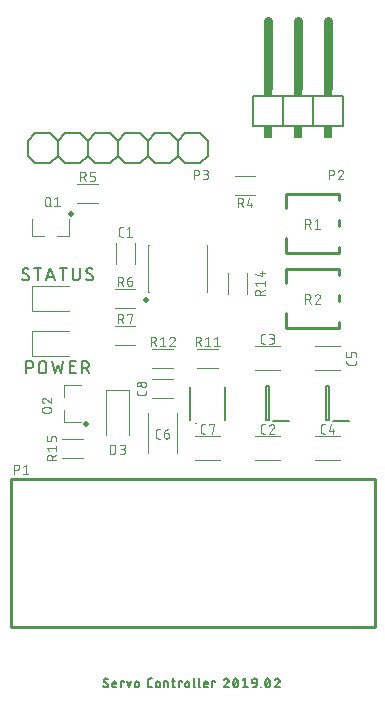
<source format=gto>
G04 EAGLE Gerber RS-274X export*
G75*
%MOMM*%
%FSLAX34Y34*%
%LPD*%
%INTop Silkscreen*%
%IPPOS*%
%AMOC8*
5,1,8,0,0,1.08239X$1,22.5*%
G01*
%ADD10C,0.203200*%
%ADD11C,0.127000*%
%ADD12C,0.120000*%
%ADD13C,0.101600*%
%ADD14C,0.152400*%
%ADD15C,0.762000*%
%ADD16R,0.762000X0.508000*%
%ADD17R,0.762000X1.016000*%
%ADD18C,0.500000*%
%ADD19C,0.254000*%
%ADD20C,0.200000*%


D10*
X24287Y228346D02*
X24287Y239014D01*
X27250Y239014D01*
X27357Y239012D01*
X27464Y239006D01*
X27570Y238997D01*
X27676Y238983D01*
X27782Y238966D01*
X27887Y238945D01*
X27991Y238920D01*
X28094Y238891D01*
X28196Y238859D01*
X28297Y238823D01*
X28396Y238783D01*
X28494Y238740D01*
X28590Y238693D01*
X28685Y238643D01*
X28778Y238590D01*
X28868Y238533D01*
X28957Y238473D01*
X29043Y238410D01*
X29127Y238344D01*
X29209Y238274D01*
X29288Y238202D01*
X29364Y238127D01*
X29438Y238049D01*
X29508Y237969D01*
X29576Y237886D01*
X29641Y237801D01*
X29702Y237714D01*
X29761Y237624D01*
X29816Y237532D01*
X29868Y237439D01*
X29916Y237343D01*
X29961Y237246D01*
X30003Y237148D01*
X30040Y237048D01*
X30075Y236946D01*
X30105Y236844D01*
X30132Y236740D01*
X30155Y236636D01*
X30174Y236530D01*
X30189Y236424D01*
X30201Y236318D01*
X30209Y236211D01*
X30213Y236104D01*
X30213Y235998D01*
X30209Y235891D01*
X30201Y235784D01*
X30189Y235678D01*
X30174Y235572D01*
X30155Y235466D01*
X30132Y235362D01*
X30105Y235258D01*
X30075Y235156D01*
X30040Y235054D01*
X30003Y234954D01*
X29961Y234856D01*
X29916Y234759D01*
X29868Y234663D01*
X29816Y234570D01*
X29761Y234478D01*
X29702Y234388D01*
X29641Y234301D01*
X29576Y234216D01*
X29508Y234133D01*
X29438Y234053D01*
X29364Y233975D01*
X29288Y233900D01*
X29209Y233828D01*
X29127Y233758D01*
X29043Y233692D01*
X28957Y233629D01*
X28868Y233569D01*
X28778Y233512D01*
X28685Y233459D01*
X28590Y233409D01*
X28494Y233362D01*
X28396Y233319D01*
X28297Y233279D01*
X28196Y233243D01*
X28094Y233211D01*
X27991Y233182D01*
X27887Y233157D01*
X27782Y233136D01*
X27676Y233119D01*
X27570Y233105D01*
X27464Y233096D01*
X27357Y233090D01*
X27250Y233088D01*
X27250Y233087D02*
X24287Y233087D01*
X35082Y231309D02*
X35082Y236051D01*
X35084Y236158D01*
X35090Y236265D01*
X35099Y236371D01*
X35113Y236477D01*
X35130Y236583D01*
X35151Y236688D01*
X35176Y236792D01*
X35205Y236895D01*
X35237Y236997D01*
X35273Y237098D01*
X35313Y237197D01*
X35356Y237295D01*
X35403Y237391D01*
X35453Y237486D01*
X35506Y237579D01*
X35563Y237669D01*
X35623Y237758D01*
X35686Y237844D01*
X35752Y237928D01*
X35822Y238010D01*
X35894Y238089D01*
X35969Y238165D01*
X36047Y238239D01*
X36127Y238309D01*
X36210Y238377D01*
X36295Y238442D01*
X36382Y238503D01*
X36472Y238562D01*
X36563Y238617D01*
X36657Y238669D01*
X36753Y238717D01*
X36850Y238762D01*
X36948Y238804D01*
X37048Y238841D01*
X37150Y238876D01*
X37252Y238906D01*
X37356Y238933D01*
X37460Y238956D01*
X37566Y238975D01*
X37672Y238990D01*
X37778Y239002D01*
X37885Y239010D01*
X37992Y239014D01*
X38098Y239014D01*
X38205Y239010D01*
X38312Y239002D01*
X38418Y238990D01*
X38524Y238975D01*
X38630Y238956D01*
X38734Y238933D01*
X38838Y238906D01*
X38940Y238876D01*
X39042Y238841D01*
X39142Y238804D01*
X39240Y238762D01*
X39337Y238717D01*
X39433Y238669D01*
X39527Y238617D01*
X39618Y238562D01*
X39708Y238503D01*
X39795Y238442D01*
X39880Y238377D01*
X39963Y238309D01*
X40043Y238239D01*
X40121Y238165D01*
X40196Y238089D01*
X40268Y238010D01*
X40338Y237928D01*
X40404Y237844D01*
X40467Y237758D01*
X40527Y237669D01*
X40584Y237579D01*
X40637Y237486D01*
X40687Y237391D01*
X40734Y237295D01*
X40777Y237197D01*
X40817Y237098D01*
X40853Y236997D01*
X40885Y236895D01*
X40914Y236792D01*
X40939Y236688D01*
X40960Y236583D01*
X40977Y236477D01*
X40991Y236371D01*
X41000Y236265D01*
X41006Y236158D01*
X41008Y236051D01*
X41008Y231309D01*
X41006Y231202D01*
X41000Y231095D01*
X40991Y230989D01*
X40977Y230883D01*
X40960Y230777D01*
X40939Y230672D01*
X40914Y230568D01*
X40885Y230465D01*
X40853Y230363D01*
X40817Y230262D01*
X40777Y230163D01*
X40734Y230065D01*
X40687Y229969D01*
X40637Y229874D01*
X40584Y229781D01*
X40527Y229691D01*
X40467Y229602D01*
X40404Y229516D01*
X40338Y229432D01*
X40268Y229350D01*
X40196Y229271D01*
X40121Y229195D01*
X40043Y229121D01*
X39963Y229051D01*
X39880Y228983D01*
X39795Y228918D01*
X39708Y228857D01*
X39618Y228798D01*
X39526Y228743D01*
X39433Y228691D01*
X39337Y228643D01*
X39240Y228598D01*
X39142Y228556D01*
X39042Y228519D01*
X38940Y228484D01*
X38838Y228454D01*
X38734Y228427D01*
X38630Y228404D01*
X38524Y228385D01*
X38418Y228370D01*
X38312Y228358D01*
X38205Y228350D01*
X38098Y228346D01*
X37992Y228346D01*
X37885Y228350D01*
X37778Y228358D01*
X37672Y228370D01*
X37566Y228385D01*
X37460Y228404D01*
X37356Y228427D01*
X37252Y228454D01*
X37150Y228484D01*
X37048Y228519D01*
X36948Y228556D01*
X36850Y228598D01*
X36753Y228643D01*
X36657Y228691D01*
X36563Y228743D01*
X36472Y228798D01*
X36382Y228857D01*
X36295Y228918D01*
X36210Y228983D01*
X36127Y229051D01*
X36047Y229121D01*
X35969Y229195D01*
X35894Y229271D01*
X35822Y229350D01*
X35752Y229432D01*
X35686Y229516D01*
X35623Y229602D01*
X35563Y229691D01*
X35506Y229781D01*
X35453Y229874D01*
X35403Y229969D01*
X35356Y230065D01*
X35313Y230163D01*
X35273Y230262D01*
X35237Y230363D01*
X35205Y230465D01*
X35176Y230568D01*
X35151Y230672D01*
X35130Y230777D01*
X35113Y230883D01*
X35099Y230989D01*
X35090Y231095D01*
X35084Y231202D01*
X35082Y231309D01*
X46257Y239014D02*
X48628Y228346D01*
X50999Y235458D01*
X53369Y228346D01*
X55740Y239014D01*
X61404Y228346D02*
X66146Y228346D01*
X61404Y228346D02*
X61404Y239014D01*
X66146Y239014D01*
X64960Y234273D02*
X61404Y234273D01*
X71387Y239014D02*
X71387Y228346D01*
X71387Y239014D02*
X74350Y239014D01*
X74457Y239012D01*
X74564Y239006D01*
X74670Y238997D01*
X74776Y238983D01*
X74882Y238966D01*
X74987Y238945D01*
X75091Y238920D01*
X75194Y238891D01*
X75296Y238859D01*
X75397Y238823D01*
X75496Y238783D01*
X75594Y238740D01*
X75690Y238693D01*
X75785Y238643D01*
X75878Y238590D01*
X75968Y238533D01*
X76057Y238473D01*
X76143Y238410D01*
X76227Y238344D01*
X76309Y238274D01*
X76388Y238202D01*
X76464Y238127D01*
X76538Y238049D01*
X76608Y237969D01*
X76676Y237886D01*
X76741Y237801D01*
X76802Y237714D01*
X76861Y237624D01*
X76916Y237532D01*
X76968Y237439D01*
X77016Y237343D01*
X77061Y237246D01*
X77103Y237148D01*
X77140Y237048D01*
X77175Y236946D01*
X77205Y236844D01*
X77232Y236740D01*
X77255Y236636D01*
X77274Y236530D01*
X77289Y236424D01*
X77301Y236318D01*
X77309Y236211D01*
X77313Y236104D01*
X77313Y235998D01*
X77309Y235891D01*
X77301Y235784D01*
X77289Y235678D01*
X77274Y235572D01*
X77255Y235466D01*
X77232Y235362D01*
X77205Y235258D01*
X77175Y235156D01*
X77140Y235054D01*
X77103Y234954D01*
X77061Y234856D01*
X77016Y234759D01*
X76968Y234663D01*
X76916Y234570D01*
X76861Y234478D01*
X76802Y234388D01*
X76741Y234301D01*
X76676Y234216D01*
X76608Y234133D01*
X76538Y234053D01*
X76464Y233975D01*
X76388Y233900D01*
X76309Y233828D01*
X76227Y233758D01*
X76143Y233692D01*
X76057Y233629D01*
X75968Y233569D01*
X75878Y233512D01*
X75785Y233459D01*
X75690Y233409D01*
X75594Y233362D01*
X75496Y233319D01*
X75397Y233279D01*
X75296Y233243D01*
X75194Y233211D01*
X75091Y233182D01*
X74987Y233157D01*
X74882Y233136D01*
X74776Y233119D01*
X74670Y233105D01*
X74564Y233096D01*
X74457Y233090D01*
X74350Y233088D01*
X74350Y233087D02*
X71387Y233087D01*
X74943Y233087D02*
X77314Y228346D01*
X24342Y307086D02*
X24438Y307088D01*
X24533Y307094D01*
X24628Y307103D01*
X24722Y307117D01*
X24816Y307134D01*
X24909Y307155D01*
X25002Y307180D01*
X25093Y307208D01*
X25183Y307240D01*
X25271Y307276D01*
X25358Y307315D01*
X25444Y307358D01*
X25528Y307404D01*
X25609Y307453D01*
X25689Y307506D01*
X25766Y307562D01*
X25842Y307620D01*
X25914Y307682D01*
X25984Y307747D01*
X26052Y307815D01*
X26117Y307885D01*
X26179Y307957D01*
X26237Y308033D01*
X26293Y308110D01*
X26346Y308190D01*
X26395Y308272D01*
X26441Y308355D01*
X26484Y308441D01*
X26523Y308528D01*
X26559Y308616D01*
X26591Y308706D01*
X26619Y308797D01*
X26644Y308890D01*
X26665Y308983D01*
X26682Y309077D01*
X26696Y309171D01*
X26705Y309266D01*
X26711Y309362D01*
X26713Y309457D01*
X24342Y307086D02*
X24206Y307088D01*
X24069Y307093D01*
X23933Y307103D01*
X23798Y307116D01*
X23662Y307132D01*
X23528Y307153D01*
X23393Y307177D01*
X23260Y307204D01*
X23127Y307236D01*
X22995Y307270D01*
X22864Y307309D01*
X22735Y307351D01*
X22606Y307396D01*
X22479Y307445D01*
X22353Y307498D01*
X22229Y307554D01*
X22106Y307613D01*
X21985Y307675D01*
X21865Y307741D01*
X21748Y307810D01*
X21632Y307883D01*
X21518Y307958D01*
X21407Y308036D01*
X21297Y308118D01*
X21190Y308202D01*
X21086Y308289D01*
X20983Y308379D01*
X20883Y308472D01*
X20786Y308568D01*
X21082Y315383D02*
X21084Y315478D01*
X21090Y315574D01*
X21099Y315669D01*
X21113Y315763D01*
X21130Y315857D01*
X21151Y315950D01*
X21176Y316043D01*
X21204Y316134D01*
X21236Y316224D01*
X21272Y316312D01*
X21311Y316399D01*
X21354Y316485D01*
X21400Y316569D01*
X21449Y316650D01*
X21502Y316730D01*
X21558Y316807D01*
X21616Y316883D01*
X21678Y316955D01*
X21743Y317025D01*
X21811Y317093D01*
X21881Y317158D01*
X21953Y317220D01*
X22029Y317278D01*
X22106Y317334D01*
X22186Y317387D01*
X22268Y317436D01*
X22351Y317482D01*
X22437Y317525D01*
X22524Y317564D01*
X22612Y317600D01*
X22702Y317632D01*
X22793Y317660D01*
X22886Y317685D01*
X22979Y317706D01*
X23073Y317723D01*
X23167Y317737D01*
X23262Y317746D01*
X23358Y317752D01*
X23453Y317754D01*
X23583Y317752D01*
X23713Y317746D01*
X23843Y317737D01*
X23972Y317724D01*
X24101Y317707D01*
X24229Y317686D01*
X24357Y317661D01*
X24484Y317633D01*
X24610Y317601D01*
X24735Y317565D01*
X24859Y317526D01*
X24981Y317483D01*
X25103Y317437D01*
X25223Y317386D01*
X25341Y317333D01*
X25458Y317276D01*
X25573Y317216D01*
X25687Y317152D01*
X25798Y317085D01*
X25908Y317015D01*
X26015Y316941D01*
X26120Y316865D01*
X22268Y313308D02*
X22186Y313359D01*
X22106Y313413D01*
X22028Y313469D01*
X21953Y313529D01*
X21880Y313592D01*
X21810Y313658D01*
X21743Y313726D01*
X21678Y313797D01*
X21616Y313871D01*
X21557Y313947D01*
X21501Y314025D01*
X21449Y314106D01*
X21399Y314188D01*
X21353Y314273D01*
X21311Y314359D01*
X21271Y314447D01*
X21236Y314536D01*
X21204Y314627D01*
X21175Y314719D01*
X21151Y314812D01*
X21130Y314905D01*
X21113Y315000D01*
X21099Y315095D01*
X21090Y315191D01*
X21084Y315287D01*
X21082Y315383D01*
X25528Y311532D02*
X25609Y311481D01*
X25689Y311427D01*
X25767Y311371D01*
X25842Y311311D01*
X25915Y311248D01*
X25985Y311182D01*
X26052Y311114D01*
X26117Y311043D01*
X26179Y310969D01*
X26238Y310893D01*
X26294Y310815D01*
X26346Y310734D01*
X26396Y310652D01*
X26442Y310567D01*
X26484Y310481D01*
X26524Y310393D01*
X26559Y310304D01*
X26591Y310213D01*
X26620Y310121D01*
X26644Y310028D01*
X26665Y309935D01*
X26682Y309840D01*
X26696Y309745D01*
X26705Y309649D01*
X26711Y309553D01*
X26713Y309457D01*
X25527Y311531D02*
X22267Y313309D01*
X34036Y317754D02*
X34036Y307086D01*
X31073Y317754D02*
X36999Y317754D01*
X44704Y317754D02*
X41148Y307086D01*
X48260Y307086D02*
X44704Y317754D01*
X47371Y309753D02*
X42037Y309753D01*
X55372Y307086D02*
X55372Y317754D01*
X52409Y317754D02*
X58335Y317754D01*
X63458Y317754D02*
X63458Y310049D01*
X63460Y309942D01*
X63466Y309835D01*
X63475Y309729D01*
X63489Y309623D01*
X63506Y309517D01*
X63527Y309412D01*
X63552Y309308D01*
X63581Y309205D01*
X63613Y309103D01*
X63649Y309002D01*
X63689Y308903D01*
X63732Y308805D01*
X63779Y308709D01*
X63829Y308614D01*
X63882Y308521D01*
X63939Y308431D01*
X63999Y308342D01*
X64062Y308256D01*
X64128Y308172D01*
X64198Y308090D01*
X64270Y308011D01*
X64345Y307935D01*
X64423Y307861D01*
X64503Y307791D01*
X64586Y307723D01*
X64671Y307658D01*
X64758Y307597D01*
X64848Y307538D01*
X64939Y307483D01*
X65033Y307431D01*
X65129Y307383D01*
X65226Y307338D01*
X65324Y307296D01*
X65424Y307259D01*
X65526Y307224D01*
X65628Y307194D01*
X65732Y307167D01*
X65836Y307144D01*
X65942Y307125D01*
X66048Y307110D01*
X66154Y307098D01*
X66261Y307090D01*
X66368Y307086D01*
X66474Y307086D01*
X66581Y307090D01*
X66688Y307098D01*
X66794Y307110D01*
X66900Y307125D01*
X67006Y307144D01*
X67110Y307167D01*
X67214Y307194D01*
X67316Y307224D01*
X67418Y307259D01*
X67518Y307296D01*
X67616Y307338D01*
X67713Y307383D01*
X67809Y307431D01*
X67902Y307483D01*
X67994Y307538D01*
X68084Y307597D01*
X68171Y307658D01*
X68256Y307723D01*
X68339Y307791D01*
X68419Y307861D01*
X68497Y307935D01*
X68572Y308011D01*
X68644Y308090D01*
X68714Y308172D01*
X68780Y308256D01*
X68843Y308342D01*
X68903Y308431D01*
X68960Y308521D01*
X69013Y308614D01*
X69063Y308709D01*
X69110Y308805D01*
X69153Y308903D01*
X69193Y309002D01*
X69229Y309103D01*
X69261Y309205D01*
X69290Y309308D01*
X69315Y309412D01*
X69336Y309517D01*
X69353Y309623D01*
X69367Y309729D01*
X69376Y309835D01*
X69382Y309942D01*
X69384Y310049D01*
X69384Y317754D01*
X78444Y307086D02*
X78540Y307088D01*
X78635Y307094D01*
X78730Y307103D01*
X78824Y307117D01*
X78918Y307134D01*
X79011Y307155D01*
X79104Y307180D01*
X79195Y307208D01*
X79285Y307240D01*
X79373Y307276D01*
X79460Y307315D01*
X79546Y307358D01*
X79630Y307404D01*
X79711Y307453D01*
X79791Y307506D01*
X79868Y307562D01*
X79944Y307620D01*
X80016Y307682D01*
X80086Y307747D01*
X80154Y307815D01*
X80219Y307885D01*
X80281Y307957D01*
X80339Y308033D01*
X80395Y308110D01*
X80448Y308190D01*
X80497Y308272D01*
X80543Y308355D01*
X80586Y308441D01*
X80625Y308528D01*
X80661Y308616D01*
X80693Y308706D01*
X80721Y308797D01*
X80746Y308890D01*
X80767Y308983D01*
X80784Y309077D01*
X80798Y309171D01*
X80807Y309266D01*
X80813Y309362D01*
X80815Y309457D01*
X78444Y307086D02*
X78308Y307088D01*
X78171Y307093D01*
X78035Y307103D01*
X77900Y307116D01*
X77764Y307132D01*
X77630Y307153D01*
X77495Y307177D01*
X77362Y307204D01*
X77229Y307236D01*
X77097Y307270D01*
X76966Y307309D01*
X76837Y307351D01*
X76708Y307396D01*
X76581Y307445D01*
X76455Y307498D01*
X76331Y307554D01*
X76208Y307613D01*
X76087Y307675D01*
X75967Y307741D01*
X75850Y307810D01*
X75734Y307883D01*
X75620Y307958D01*
X75509Y308036D01*
X75399Y308118D01*
X75292Y308202D01*
X75188Y308289D01*
X75085Y308379D01*
X74985Y308472D01*
X74888Y308568D01*
X75184Y315383D02*
X75186Y315478D01*
X75192Y315574D01*
X75201Y315669D01*
X75215Y315763D01*
X75232Y315857D01*
X75253Y315950D01*
X75278Y316043D01*
X75306Y316134D01*
X75338Y316224D01*
X75374Y316312D01*
X75413Y316399D01*
X75456Y316485D01*
X75502Y316569D01*
X75551Y316650D01*
X75604Y316730D01*
X75660Y316807D01*
X75718Y316883D01*
X75780Y316955D01*
X75845Y317025D01*
X75913Y317093D01*
X75983Y317158D01*
X76055Y317220D01*
X76131Y317278D01*
X76208Y317334D01*
X76288Y317387D01*
X76370Y317436D01*
X76453Y317482D01*
X76539Y317525D01*
X76626Y317564D01*
X76714Y317600D01*
X76804Y317632D01*
X76895Y317660D01*
X76988Y317685D01*
X77081Y317706D01*
X77175Y317723D01*
X77269Y317737D01*
X77364Y317746D01*
X77460Y317752D01*
X77555Y317754D01*
X77685Y317752D01*
X77815Y317746D01*
X77945Y317737D01*
X78074Y317724D01*
X78203Y317707D01*
X78331Y317686D01*
X78459Y317661D01*
X78586Y317633D01*
X78712Y317601D01*
X78837Y317565D01*
X78961Y317526D01*
X79083Y317483D01*
X79205Y317437D01*
X79325Y317386D01*
X79443Y317333D01*
X79560Y317276D01*
X79675Y317216D01*
X79789Y317152D01*
X79900Y317085D01*
X80010Y317015D01*
X80117Y316941D01*
X80222Y316865D01*
X76370Y313308D02*
X76288Y313359D01*
X76208Y313413D01*
X76130Y313469D01*
X76055Y313529D01*
X75982Y313592D01*
X75912Y313658D01*
X75845Y313726D01*
X75780Y313797D01*
X75718Y313871D01*
X75659Y313947D01*
X75603Y314025D01*
X75551Y314106D01*
X75501Y314188D01*
X75455Y314273D01*
X75413Y314359D01*
X75373Y314447D01*
X75338Y314536D01*
X75306Y314627D01*
X75277Y314719D01*
X75253Y314812D01*
X75232Y314905D01*
X75215Y315000D01*
X75201Y315095D01*
X75192Y315191D01*
X75186Y315287D01*
X75184Y315383D01*
X79630Y311532D02*
X79711Y311481D01*
X79791Y311427D01*
X79869Y311371D01*
X79944Y311311D01*
X80017Y311248D01*
X80087Y311182D01*
X80154Y311114D01*
X80219Y311043D01*
X80281Y310969D01*
X80340Y310893D01*
X80396Y310815D01*
X80448Y310734D01*
X80498Y310652D01*
X80544Y310567D01*
X80586Y310481D01*
X80626Y310393D01*
X80661Y310304D01*
X80693Y310213D01*
X80722Y310121D01*
X80746Y310028D01*
X80767Y309935D01*
X80784Y309840D01*
X80798Y309745D01*
X80807Y309649D01*
X80813Y309553D01*
X80815Y309457D01*
X79629Y311531D02*
X76369Y313309D01*
D11*
X93768Y-35772D02*
X93766Y-35853D01*
X93760Y-35933D01*
X93751Y-36013D01*
X93737Y-36092D01*
X93720Y-36171D01*
X93699Y-36249D01*
X93675Y-36326D01*
X93647Y-36401D01*
X93615Y-36475D01*
X93580Y-36548D01*
X93541Y-36618D01*
X93499Y-36687D01*
X93454Y-36754D01*
X93406Y-36819D01*
X93354Y-36881D01*
X93300Y-36940D01*
X93243Y-36997D01*
X93184Y-37051D01*
X93122Y-37103D01*
X93057Y-37151D01*
X92990Y-37196D01*
X92922Y-37238D01*
X92851Y-37277D01*
X92778Y-37312D01*
X92704Y-37344D01*
X92629Y-37372D01*
X92552Y-37396D01*
X92474Y-37417D01*
X92395Y-37434D01*
X92316Y-37448D01*
X92236Y-37457D01*
X92156Y-37463D01*
X92075Y-37465D01*
X91957Y-37463D01*
X91840Y-37457D01*
X91723Y-37448D01*
X91606Y-37434D01*
X91489Y-37417D01*
X91374Y-37396D01*
X91259Y-37371D01*
X91144Y-37342D01*
X91031Y-37309D01*
X90919Y-37273D01*
X90809Y-37233D01*
X90699Y-37190D01*
X90591Y-37143D01*
X90485Y-37092D01*
X90381Y-37038D01*
X90278Y-36981D01*
X90177Y-36920D01*
X90078Y-36856D01*
X89982Y-36789D01*
X89888Y-36718D01*
X89796Y-36645D01*
X89706Y-36568D01*
X89619Y-36489D01*
X89535Y-36407D01*
X89747Y-31538D02*
X89749Y-31457D01*
X89755Y-31377D01*
X89764Y-31297D01*
X89778Y-31218D01*
X89795Y-31139D01*
X89816Y-31061D01*
X89840Y-30984D01*
X89868Y-30909D01*
X89900Y-30835D01*
X89935Y-30762D01*
X89974Y-30691D01*
X90016Y-30623D01*
X90061Y-30556D01*
X90109Y-30491D01*
X90161Y-30429D01*
X90215Y-30370D01*
X90272Y-30313D01*
X90331Y-30259D01*
X90393Y-30207D01*
X90458Y-30159D01*
X90525Y-30114D01*
X90594Y-30072D01*
X90664Y-30033D01*
X90737Y-29998D01*
X90811Y-29966D01*
X90886Y-29938D01*
X90963Y-29914D01*
X91041Y-29893D01*
X91120Y-29876D01*
X91199Y-29862D01*
X91279Y-29853D01*
X91359Y-29847D01*
X91440Y-29845D01*
X91548Y-29847D01*
X91655Y-29852D01*
X91762Y-29861D01*
X91869Y-29874D01*
X91975Y-29890D01*
X92081Y-29910D01*
X92186Y-29934D01*
X92290Y-29961D01*
X92393Y-29991D01*
X92495Y-30025D01*
X92596Y-30063D01*
X92695Y-30104D01*
X92793Y-30148D01*
X92890Y-30195D01*
X92984Y-30246D01*
X93078Y-30300D01*
X93169Y-30357D01*
X93258Y-30417D01*
X93345Y-30480D01*
X90593Y-33020D02*
X90524Y-32977D01*
X90457Y-32931D01*
X90392Y-32882D01*
X90330Y-32830D01*
X90271Y-32775D01*
X90214Y-32717D01*
X90159Y-32656D01*
X90108Y-32594D01*
X90060Y-32528D01*
X90015Y-32461D01*
X89973Y-32391D01*
X89934Y-32320D01*
X89899Y-32247D01*
X89867Y-32172D01*
X89839Y-32096D01*
X89815Y-32019D01*
X89794Y-31940D01*
X89777Y-31861D01*
X89763Y-31781D01*
X89754Y-31700D01*
X89748Y-31619D01*
X89746Y-31538D01*
X92921Y-34290D02*
X92990Y-34333D01*
X93057Y-34379D01*
X93122Y-34428D01*
X93184Y-34480D01*
X93243Y-34535D01*
X93301Y-34593D01*
X93355Y-34654D01*
X93406Y-34716D01*
X93454Y-34782D01*
X93499Y-34849D01*
X93541Y-34919D01*
X93580Y-34990D01*
X93615Y-35063D01*
X93647Y-35138D01*
X93675Y-35214D01*
X93700Y-35291D01*
X93720Y-35370D01*
X93737Y-35449D01*
X93751Y-35529D01*
X93760Y-35610D01*
X93766Y-35691D01*
X93768Y-35772D01*
X92922Y-34290D02*
X90593Y-33020D01*
X98429Y-37465D02*
X100546Y-37465D01*
X98429Y-37465D02*
X98360Y-37463D01*
X98292Y-37458D01*
X98224Y-37448D01*
X98156Y-37435D01*
X98089Y-37419D01*
X98023Y-37399D01*
X97959Y-37375D01*
X97896Y-37348D01*
X97834Y-37317D01*
X97774Y-37283D01*
X97716Y-37246D01*
X97660Y-37206D01*
X97607Y-37163D01*
X97556Y-37117D01*
X97507Y-37068D01*
X97461Y-37017D01*
X97418Y-36964D01*
X97378Y-36908D01*
X97341Y-36850D01*
X97307Y-36790D01*
X97276Y-36728D01*
X97249Y-36665D01*
X97225Y-36601D01*
X97205Y-36535D01*
X97189Y-36468D01*
X97176Y-36400D01*
X97166Y-36332D01*
X97161Y-36264D01*
X97159Y-36195D01*
X97159Y-34078D01*
X97160Y-34078D02*
X97162Y-33997D01*
X97168Y-33917D01*
X97177Y-33837D01*
X97191Y-33758D01*
X97208Y-33679D01*
X97229Y-33601D01*
X97253Y-33524D01*
X97281Y-33449D01*
X97313Y-33375D01*
X97348Y-33302D01*
X97387Y-33232D01*
X97429Y-33163D01*
X97474Y-33096D01*
X97522Y-33031D01*
X97574Y-32969D01*
X97628Y-32910D01*
X97685Y-32853D01*
X97744Y-32799D01*
X97806Y-32747D01*
X97871Y-32699D01*
X97938Y-32654D01*
X98007Y-32612D01*
X98077Y-32573D01*
X98150Y-32538D01*
X98224Y-32506D01*
X98299Y-32478D01*
X98376Y-32454D01*
X98454Y-32433D01*
X98533Y-32416D01*
X98612Y-32402D01*
X98692Y-32393D01*
X98772Y-32387D01*
X98853Y-32385D01*
X98934Y-32387D01*
X99014Y-32393D01*
X99094Y-32402D01*
X99173Y-32416D01*
X99252Y-32433D01*
X99330Y-32454D01*
X99407Y-32478D01*
X99482Y-32506D01*
X99556Y-32538D01*
X99629Y-32573D01*
X99700Y-32612D01*
X99768Y-32654D01*
X99835Y-32699D01*
X99900Y-32747D01*
X99962Y-32799D01*
X100021Y-32853D01*
X100078Y-32910D01*
X100132Y-32969D01*
X100184Y-33031D01*
X100232Y-33096D01*
X100277Y-33163D01*
X100319Y-33232D01*
X100358Y-33302D01*
X100393Y-33375D01*
X100425Y-33449D01*
X100453Y-33524D01*
X100477Y-33601D01*
X100498Y-33679D01*
X100515Y-33758D01*
X100529Y-33837D01*
X100538Y-33917D01*
X100544Y-33997D01*
X100546Y-34078D01*
X100546Y-34925D01*
X97159Y-34925D01*
X104425Y-37465D02*
X104425Y-32385D01*
X106965Y-32385D01*
X106965Y-33232D01*
X109427Y-32385D02*
X111121Y-37465D01*
X112814Y-32385D01*
X116095Y-34078D02*
X116095Y-35772D01*
X116095Y-34078D02*
X116097Y-33997D01*
X116103Y-33917D01*
X116112Y-33837D01*
X116126Y-33758D01*
X116143Y-33679D01*
X116164Y-33601D01*
X116188Y-33524D01*
X116216Y-33449D01*
X116248Y-33375D01*
X116283Y-33302D01*
X116322Y-33232D01*
X116364Y-33163D01*
X116409Y-33096D01*
X116457Y-33031D01*
X116509Y-32969D01*
X116563Y-32910D01*
X116620Y-32853D01*
X116679Y-32799D01*
X116741Y-32747D01*
X116806Y-32699D01*
X116873Y-32654D01*
X116942Y-32612D01*
X117012Y-32573D01*
X117085Y-32538D01*
X117159Y-32506D01*
X117234Y-32478D01*
X117311Y-32454D01*
X117389Y-32433D01*
X117468Y-32416D01*
X117547Y-32402D01*
X117627Y-32393D01*
X117707Y-32387D01*
X117788Y-32385D01*
X117869Y-32387D01*
X117949Y-32393D01*
X118029Y-32402D01*
X118108Y-32416D01*
X118187Y-32433D01*
X118265Y-32454D01*
X118342Y-32478D01*
X118417Y-32506D01*
X118491Y-32538D01*
X118564Y-32573D01*
X118635Y-32612D01*
X118703Y-32654D01*
X118770Y-32699D01*
X118835Y-32747D01*
X118897Y-32799D01*
X118956Y-32853D01*
X119013Y-32910D01*
X119067Y-32969D01*
X119119Y-33031D01*
X119167Y-33096D01*
X119212Y-33163D01*
X119254Y-33232D01*
X119293Y-33302D01*
X119328Y-33375D01*
X119360Y-33449D01*
X119388Y-33524D01*
X119412Y-33601D01*
X119433Y-33679D01*
X119450Y-33758D01*
X119464Y-33837D01*
X119473Y-33917D01*
X119479Y-33997D01*
X119481Y-34078D01*
X119481Y-35772D01*
X119479Y-35853D01*
X119473Y-35933D01*
X119464Y-36013D01*
X119450Y-36092D01*
X119433Y-36171D01*
X119412Y-36249D01*
X119388Y-36326D01*
X119360Y-36401D01*
X119328Y-36475D01*
X119293Y-36548D01*
X119254Y-36618D01*
X119212Y-36687D01*
X119167Y-36754D01*
X119119Y-36819D01*
X119067Y-36881D01*
X119013Y-36940D01*
X118956Y-36997D01*
X118897Y-37051D01*
X118835Y-37103D01*
X118770Y-37151D01*
X118703Y-37196D01*
X118635Y-37238D01*
X118564Y-37277D01*
X118491Y-37312D01*
X118417Y-37344D01*
X118342Y-37372D01*
X118265Y-37396D01*
X118187Y-37417D01*
X118108Y-37434D01*
X118029Y-37448D01*
X117949Y-37457D01*
X117869Y-37463D01*
X117788Y-37465D01*
X117707Y-37463D01*
X117627Y-37457D01*
X117547Y-37448D01*
X117468Y-37434D01*
X117389Y-37417D01*
X117311Y-37396D01*
X117234Y-37372D01*
X117159Y-37344D01*
X117085Y-37312D01*
X117012Y-37277D01*
X116942Y-37238D01*
X116873Y-37196D01*
X116806Y-37151D01*
X116741Y-37103D01*
X116679Y-37051D01*
X116620Y-36997D01*
X116563Y-36940D01*
X116509Y-36881D01*
X116457Y-36819D01*
X116409Y-36754D01*
X116364Y-36687D01*
X116322Y-36619D01*
X116283Y-36548D01*
X116248Y-36475D01*
X116216Y-36401D01*
X116188Y-36326D01*
X116164Y-36249D01*
X116143Y-36171D01*
X116126Y-36092D01*
X116112Y-36013D01*
X116103Y-35933D01*
X116097Y-35853D01*
X116095Y-35772D01*
X129067Y-37465D02*
X130760Y-37465D01*
X129067Y-37465D02*
X128986Y-37463D01*
X128906Y-37457D01*
X128826Y-37448D01*
X128747Y-37434D01*
X128668Y-37417D01*
X128590Y-37396D01*
X128513Y-37372D01*
X128438Y-37344D01*
X128364Y-37312D01*
X128291Y-37277D01*
X128221Y-37238D01*
X128152Y-37196D01*
X128085Y-37151D01*
X128020Y-37103D01*
X127958Y-37051D01*
X127899Y-36997D01*
X127842Y-36940D01*
X127788Y-36881D01*
X127736Y-36819D01*
X127688Y-36754D01*
X127643Y-36687D01*
X127601Y-36619D01*
X127562Y-36548D01*
X127527Y-36475D01*
X127495Y-36401D01*
X127467Y-36326D01*
X127443Y-36249D01*
X127422Y-36171D01*
X127405Y-36092D01*
X127391Y-36013D01*
X127382Y-35933D01*
X127376Y-35853D01*
X127374Y-35772D01*
X127374Y-31538D01*
X127376Y-31457D01*
X127382Y-31377D01*
X127391Y-31297D01*
X127405Y-31218D01*
X127422Y-31139D01*
X127443Y-31061D01*
X127467Y-30984D01*
X127495Y-30909D01*
X127527Y-30835D01*
X127562Y-30762D01*
X127601Y-30692D01*
X127643Y-30623D01*
X127688Y-30556D01*
X127736Y-30491D01*
X127787Y-30429D01*
X127842Y-30370D01*
X127899Y-30313D01*
X127958Y-30259D01*
X128020Y-30207D01*
X128085Y-30159D01*
X128152Y-30114D01*
X128220Y-30072D01*
X128291Y-30033D01*
X128364Y-29998D01*
X128438Y-29966D01*
X128513Y-29938D01*
X128590Y-29914D01*
X128668Y-29893D01*
X128747Y-29876D01*
X128826Y-29862D01*
X128906Y-29853D01*
X128986Y-29847D01*
X129067Y-29845D01*
X130760Y-29845D01*
X133964Y-34078D02*
X133964Y-35772D01*
X133964Y-34078D02*
X133966Y-33997D01*
X133972Y-33917D01*
X133981Y-33837D01*
X133995Y-33758D01*
X134012Y-33679D01*
X134033Y-33601D01*
X134057Y-33524D01*
X134085Y-33449D01*
X134117Y-33375D01*
X134152Y-33302D01*
X134191Y-33232D01*
X134233Y-33163D01*
X134278Y-33096D01*
X134326Y-33031D01*
X134378Y-32969D01*
X134432Y-32910D01*
X134489Y-32853D01*
X134548Y-32799D01*
X134610Y-32747D01*
X134675Y-32699D01*
X134742Y-32654D01*
X134811Y-32612D01*
X134881Y-32573D01*
X134954Y-32538D01*
X135028Y-32506D01*
X135103Y-32478D01*
X135180Y-32454D01*
X135258Y-32433D01*
X135337Y-32416D01*
X135416Y-32402D01*
X135496Y-32393D01*
X135576Y-32387D01*
X135657Y-32385D01*
X135738Y-32387D01*
X135818Y-32393D01*
X135898Y-32402D01*
X135977Y-32416D01*
X136056Y-32433D01*
X136134Y-32454D01*
X136211Y-32478D01*
X136286Y-32506D01*
X136360Y-32538D01*
X136433Y-32573D01*
X136504Y-32612D01*
X136572Y-32654D01*
X136639Y-32699D01*
X136704Y-32747D01*
X136766Y-32799D01*
X136825Y-32853D01*
X136882Y-32910D01*
X136936Y-32969D01*
X136988Y-33031D01*
X137036Y-33096D01*
X137081Y-33163D01*
X137123Y-33232D01*
X137162Y-33302D01*
X137197Y-33375D01*
X137229Y-33449D01*
X137257Y-33524D01*
X137281Y-33601D01*
X137302Y-33679D01*
X137319Y-33758D01*
X137333Y-33837D01*
X137342Y-33917D01*
X137348Y-33997D01*
X137350Y-34078D01*
X137350Y-35772D01*
X137348Y-35853D01*
X137342Y-35933D01*
X137333Y-36013D01*
X137319Y-36092D01*
X137302Y-36171D01*
X137281Y-36249D01*
X137257Y-36326D01*
X137229Y-36401D01*
X137197Y-36475D01*
X137162Y-36548D01*
X137123Y-36618D01*
X137081Y-36687D01*
X137036Y-36754D01*
X136988Y-36819D01*
X136936Y-36881D01*
X136882Y-36940D01*
X136825Y-36997D01*
X136766Y-37051D01*
X136704Y-37103D01*
X136639Y-37151D01*
X136572Y-37196D01*
X136504Y-37238D01*
X136433Y-37277D01*
X136360Y-37312D01*
X136286Y-37344D01*
X136211Y-37372D01*
X136134Y-37396D01*
X136056Y-37417D01*
X135977Y-37434D01*
X135898Y-37448D01*
X135818Y-37457D01*
X135738Y-37463D01*
X135657Y-37465D01*
X135576Y-37463D01*
X135496Y-37457D01*
X135416Y-37448D01*
X135337Y-37434D01*
X135258Y-37417D01*
X135180Y-37396D01*
X135103Y-37372D01*
X135028Y-37344D01*
X134954Y-37312D01*
X134881Y-37277D01*
X134811Y-37238D01*
X134742Y-37196D01*
X134675Y-37151D01*
X134610Y-37103D01*
X134548Y-37051D01*
X134489Y-36997D01*
X134432Y-36940D01*
X134378Y-36881D01*
X134326Y-36819D01*
X134278Y-36754D01*
X134233Y-36687D01*
X134191Y-36619D01*
X134152Y-36548D01*
X134117Y-36475D01*
X134085Y-36401D01*
X134057Y-36326D01*
X134033Y-36249D01*
X134012Y-36171D01*
X133995Y-36092D01*
X133981Y-36013D01*
X133972Y-35933D01*
X133966Y-35853D01*
X133964Y-35772D01*
X141164Y-37465D02*
X141164Y-32385D01*
X143281Y-32385D01*
X143350Y-32387D01*
X143418Y-32392D01*
X143486Y-32402D01*
X143554Y-32415D01*
X143621Y-32431D01*
X143687Y-32451D01*
X143751Y-32475D01*
X143814Y-32502D01*
X143876Y-32533D01*
X143936Y-32567D01*
X143994Y-32604D01*
X144050Y-32644D01*
X144103Y-32687D01*
X144154Y-32733D01*
X144203Y-32782D01*
X144249Y-32833D01*
X144292Y-32886D01*
X144332Y-32942D01*
X144369Y-33000D01*
X144403Y-33060D01*
X144434Y-33122D01*
X144461Y-33185D01*
X144485Y-33249D01*
X144505Y-33315D01*
X144521Y-33382D01*
X144534Y-33450D01*
X144544Y-33518D01*
X144549Y-33586D01*
X144551Y-33655D01*
X144551Y-37465D01*
X147632Y-32385D02*
X150172Y-32385D01*
X148478Y-29845D02*
X148478Y-36195D01*
X148480Y-36264D01*
X148485Y-36332D01*
X148495Y-36400D01*
X148508Y-36468D01*
X148524Y-36535D01*
X148544Y-36601D01*
X148568Y-36665D01*
X148595Y-36728D01*
X148626Y-36790D01*
X148660Y-36850D01*
X148697Y-36908D01*
X148737Y-36964D01*
X148780Y-37017D01*
X148826Y-37068D01*
X148875Y-37117D01*
X148926Y-37163D01*
X148979Y-37206D01*
X149035Y-37246D01*
X149093Y-37283D01*
X149153Y-37317D01*
X149215Y-37348D01*
X149278Y-37375D01*
X149342Y-37399D01*
X149408Y-37419D01*
X149475Y-37435D01*
X149543Y-37448D01*
X149611Y-37458D01*
X149679Y-37463D01*
X149748Y-37465D01*
X150172Y-37465D01*
X153764Y-37465D02*
X153764Y-32385D01*
X156304Y-32385D01*
X156304Y-33232D01*
X159033Y-34078D02*
X159033Y-35772D01*
X159033Y-34078D02*
X159035Y-33997D01*
X159041Y-33917D01*
X159050Y-33837D01*
X159064Y-33758D01*
X159081Y-33679D01*
X159102Y-33601D01*
X159126Y-33524D01*
X159154Y-33449D01*
X159186Y-33375D01*
X159221Y-33302D01*
X159260Y-33232D01*
X159302Y-33163D01*
X159347Y-33096D01*
X159395Y-33031D01*
X159447Y-32969D01*
X159501Y-32910D01*
X159558Y-32853D01*
X159617Y-32799D01*
X159679Y-32747D01*
X159744Y-32699D01*
X159811Y-32654D01*
X159880Y-32612D01*
X159950Y-32573D01*
X160023Y-32538D01*
X160097Y-32506D01*
X160172Y-32478D01*
X160249Y-32454D01*
X160327Y-32433D01*
X160406Y-32416D01*
X160485Y-32402D01*
X160565Y-32393D01*
X160645Y-32387D01*
X160726Y-32385D01*
X160807Y-32387D01*
X160887Y-32393D01*
X160967Y-32402D01*
X161046Y-32416D01*
X161125Y-32433D01*
X161203Y-32454D01*
X161280Y-32478D01*
X161355Y-32506D01*
X161429Y-32538D01*
X161502Y-32573D01*
X161573Y-32612D01*
X161641Y-32654D01*
X161708Y-32699D01*
X161773Y-32747D01*
X161835Y-32799D01*
X161894Y-32853D01*
X161951Y-32910D01*
X162005Y-32969D01*
X162057Y-33031D01*
X162105Y-33096D01*
X162150Y-33163D01*
X162192Y-33232D01*
X162231Y-33302D01*
X162266Y-33375D01*
X162298Y-33449D01*
X162326Y-33524D01*
X162350Y-33601D01*
X162371Y-33679D01*
X162388Y-33758D01*
X162402Y-33837D01*
X162411Y-33917D01*
X162417Y-33997D01*
X162419Y-34078D01*
X162420Y-34078D02*
X162420Y-35772D01*
X162419Y-35772D02*
X162417Y-35853D01*
X162411Y-35933D01*
X162402Y-36013D01*
X162388Y-36092D01*
X162371Y-36171D01*
X162350Y-36249D01*
X162326Y-36326D01*
X162298Y-36401D01*
X162266Y-36475D01*
X162231Y-36548D01*
X162192Y-36618D01*
X162150Y-36687D01*
X162105Y-36754D01*
X162057Y-36819D01*
X162005Y-36881D01*
X161951Y-36940D01*
X161894Y-36997D01*
X161835Y-37051D01*
X161773Y-37103D01*
X161708Y-37151D01*
X161641Y-37196D01*
X161573Y-37238D01*
X161502Y-37277D01*
X161429Y-37312D01*
X161355Y-37344D01*
X161280Y-37372D01*
X161203Y-37396D01*
X161125Y-37417D01*
X161046Y-37434D01*
X160967Y-37448D01*
X160887Y-37457D01*
X160807Y-37463D01*
X160726Y-37465D01*
X160645Y-37463D01*
X160565Y-37457D01*
X160485Y-37448D01*
X160406Y-37434D01*
X160327Y-37417D01*
X160249Y-37396D01*
X160172Y-37372D01*
X160097Y-37344D01*
X160023Y-37312D01*
X159950Y-37277D01*
X159880Y-37238D01*
X159811Y-37196D01*
X159744Y-37151D01*
X159679Y-37103D01*
X159617Y-37051D01*
X159558Y-36997D01*
X159501Y-36940D01*
X159447Y-36881D01*
X159395Y-36819D01*
X159347Y-36754D01*
X159302Y-36687D01*
X159260Y-36619D01*
X159221Y-36548D01*
X159186Y-36475D01*
X159154Y-36401D01*
X159126Y-36326D01*
X159102Y-36249D01*
X159081Y-36171D01*
X159064Y-36092D01*
X159050Y-36013D01*
X159041Y-35933D01*
X159035Y-35853D01*
X159033Y-35772D01*
X166008Y-36195D02*
X166008Y-29845D01*
X166008Y-36195D02*
X166010Y-36264D01*
X166015Y-36332D01*
X166025Y-36400D01*
X166038Y-36468D01*
X166054Y-36535D01*
X166074Y-36601D01*
X166098Y-36665D01*
X166125Y-36728D01*
X166156Y-36790D01*
X166190Y-36850D01*
X166227Y-36908D01*
X166267Y-36964D01*
X166310Y-37017D01*
X166356Y-37068D01*
X166405Y-37117D01*
X166456Y-37163D01*
X166509Y-37206D01*
X166565Y-37246D01*
X166623Y-37283D01*
X166683Y-37317D01*
X166745Y-37348D01*
X166808Y-37375D01*
X166872Y-37399D01*
X166938Y-37419D01*
X167005Y-37435D01*
X167073Y-37448D01*
X167141Y-37458D01*
X167209Y-37463D01*
X167278Y-37465D01*
X170276Y-36195D02*
X170276Y-29845D01*
X170276Y-36195D02*
X170278Y-36264D01*
X170283Y-36332D01*
X170293Y-36400D01*
X170306Y-36468D01*
X170322Y-36535D01*
X170342Y-36601D01*
X170366Y-36665D01*
X170393Y-36728D01*
X170424Y-36790D01*
X170458Y-36850D01*
X170495Y-36908D01*
X170535Y-36964D01*
X170578Y-37017D01*
X170624Y-37068D01*
X170673Y-37117D01*
X170724Y-37163D01*
X170777Y-37206D01*
X170833Y-37246D01*
X170891Y-37283D01*
X170951Y-37317D01*
X171013Y-37348D01*
X171076Y-37375D01*
X171140Y-37399D01*
X171206Y-37419D01*
X171273Y-37435D01*
X171341Y-37448D01*
X171409Y-37458D01*
X171477Y-37463D01*
X171546Y-37465D01*
X175772Y-37465D02*
X177888Y-37465D01*
X175772Y-37465D02*
X175703Y-37463D01*
X175635Y-37458D01*
X175567Y-37448D01*
X175499Y-37435D01*
X175432Y-37419D01*
X175366Y-37399D01*
X175302Y-37375D01*
X175239Y-37348D01*
X175177Y-37317D01*
X175117Y-37283D01*
X175059Y-37246D01*
X175003Y-37206D01*
X174950Y-37163D01*
X174899Y-37117D01*
X174850Y-37068D01*
X174804Y-37017D01*
X174761Y-36964D01*
X174721Y-36908D01*
X174684Y-36850D01*
X174650Y-36790D01*
X174619Y-36728D01*
X174592Y-36665D01*
X174568Y-36601D01*
X174548Y-36535D01*
X174532Y-36468D01*
X174519Y-36400D01*
X174509Y-36332D01*
X174504Y-36264D01*
X174502Y-36195D01*
X174502Y-34078D01*
X174504Y-33997D01*
X174510Y-33917D01*
X174519Y-33837D01*
X174533Y-33758D01*
X174550Y-33679D01*
X174571Y-33601D01*
X174595Y-33524D01*
X174623Y-33449D01*
X174655Y-33375D01*
X174690Y-33302D01*
X174729Y-33232D01*
X174771Y-33163D01*
X174816Y-33096D01*
X174864Y-33031D01*
X174916Y-32969D01*
X174970Y-32910D01*
X175027Y-32853D01*
X175086Y-32799D01*
X175148Y-32747D01*
X175213Y-32699D01*
X175280Y-32654D01*
X175349Y-32612D01*
X175419Y-32573D01*
X175492Y-32538D01*
X175566Y-32506D01*
X175641Y-32478D01*
X175718Y-32454D01*
X175796Y-32433D01*
X175875Y-32416D01*
X175954Y-32402D01*
X176034Y-32393D01*
X176114Y-32387D01*
X176195Y-32385D01*
X176276Y-32387D01*
X176356Y-32393D01*
X176436Y-32402D01*
X176515Y-32416D01*
X176594Y-32433D01*
X176672Y-32454D01*
X176749Y-32478D01*
X176824Y-32506D01*
X176898Y-32538D01*
X176971Y-32573D01*
X177042Y-32612D01*
X177110Y-32654D01*
X177177Y-32699D01*
X177242Y-32747D01*
X177304Y-32799D01*
X177363Y-32853D01*
X177420Y-32910D01*
X177474Y-32969D01*
X177526Y-33031D01*
X177574Y-33096D01*
X177619Y-33163D01*
X177661Y-33232D01*
X177700Y-33302D01*
X177735Y-33375D01*
X177767Y-33449D01*
X177795Y-33524D01*
X177819Y-33601D01*
X177840Y-33679D01*
X177857Y-33758D01*
X177871Y-33837D01*
X177880Y-33917D01*
X177886Y-33997D01*
X177888Y-34078D01*
X177888Y-34925D01*
X174502Y-34925D01*
X181767Y-37465D02*
X181767Y-32385D01*
X184307Y-32385D01*
X184307Y-33232D01*
X193742Y-29845D02*
X193827Y-29847D01*
X193913Y-29853D01*
X193998Y-29862D01*
X194082Y-29876D01*
X194166Y-29893D01*
X194249Y-29914D01*
X194331Y-29938D01*
X194411Y-29966D01*
X194491Y-29998D01*
X194569Y-30034D01*
X194645Y-30072D01*
X194719Y-30115D01*
X194791Y-30160D01*
X194862Y-30209D01*
X194930Y-30261D01*
X194995Y-30315D01*
X195058Y-30373D01*
X195119Y-30434D01*
X195177Y-30497D01*
X195231Y-30562D01*
X195283Y-30630D01*
X195332Y-30701D01*
X195377Y-30773D01*
X195420Y-30847D01*
X195458Y-30923D01*
X195494Y-31001D01*
X195526Y-31081D01*
X195554Y-31161D01*
X195578Y-31243D01*
X195599Y-31326D01*
X195616Y-31410D01*
X195630Y-31494D01*
X195639Y-31579D01*
X195645Y-31665D01*
X195647Y-31750D01*
X193742Y-29845D02*
X193646Y-29847D01*
X193550Y-29853D01*
X193454Y-29862D01*
X193359Y-29875D01*
X193264Y-29892D01*
X193170Y-29913D01*
X193077Y-29937D01*
X192985Y-29965D01*
X192894Y-29996D01*
X192805Y-30032D01*
X192717Y-30070D01*
X192630Y-30112D01*
X192545Y-30157D01*
X192463Y-30206D01*
X192382Y-30258D01*
X192303Y-30313D01*
X192226Y-30371D01*
X192152Y-30432D01*
X192080Y-30496D01*
X192011Y-30563D01*
X191944Y-30632D01*
X191880Y-30704D01*
X191819Y-30778D01*
X191761Y-30855D01*
X191706Y-30934D01*
X191655Y-31015D01*
X191606Y-31098D01*
X191561Y-31183D01*
X191519Y-31270D01*
X191480Y-31358D01*
X191445Y-31447D01*
X191414Y-31538D01*
X195012Y-33232D02*
X195074Y-33170D01*
X195133Y-33106D01*
X195189Y-33040D01*
X195243Y-32971D01*
X195293Y-32900D01*
X195341Y-32826D01*
X195385Y-32751D01*
X195426Y-32674D01*
X195464Y-32596D01*
X195498Y-32516D01*
X195529Y-32434D01*
X195557Y-32351D01*
X195580Y-32268D01*
X195601Y-32183D01*
X195617Y-32097D01*
X195630Y-32011D01*
X195640Y-31924D01*
X195645Y-31837D01*
X195647Y-31750D01*
X195012Y-33232D02*
X191414Y-37465D01*
X195647Y-37465D01*
X199415Y-33655D02*
X199417Y-33497D01*
X199423Y-33339D01*
X199433Y-33181D01*
X199447Y-33023D01*
X199465Y-32866D01*
X199487Y-32709D01*
X199512Y-32553D01*
X199542Y-32398D01*
X199576Y-32243D01*
X199613Y-32089D01*
X199655Y-31937D01*
X199700Y-31785D01*
X199749Y-31635D01*
X199802Y-31485D01*
X199858Y-31338D01*
X199919Y-31191D01*
X199982Y-31047D01*
X200050Y-30904D01*
X200050Y-30903D02*
X200077Y-30830D01*
X200107Y-30759D01*
X200141Y-30689D01*
X200179Y-30621D01*
X200220Y-30555D01*
X200264Y-30491D01*
X200311Y-30429D01*
X200361Y-30370D01*
X200414Y-30313D01*
X200470Y-30259D01*
X200529Y-30208D01*
X200589Y-30160D01*
X200653Y-30115D01*
X200718Y-30073D01*
X200785Y-30034D01*
X200855Y-29999D01*
X200926Y-29967D01*
X200998Y-29939D01*
X201072Y-29914D01*
X201146Y-29893D01*
X201222Y-29876D01*
X201299Y-29862D01*
X201376Y-29853D01*
X201453Y-29847D01*
X201531Y-29845D01*
X201609Y-29847D01*
X201686Y-29853D01*
X201763Y-29862D01*
X201840Y-29876D01*
X201916Y-29893D01*
X201990Y-29914D01*
X202064Y-29939D01*
X202136Y-29967D01*
X202207Y-29999D01*
X202277Y-30034D01*
X202344Y-30073D01*
X202409Y-30115D01*
X202473Y-30160D01*
X202533Y-30208D01*
X202592Y-30259D01*
X202648Y-30313D01*
X202701Y-30370D01*
X202751Y-30429D01*
X202798Y-30491D01*
X202842Y-30555D01*
X202883Y-30621D01*
X202921Y-30689D01*
X202955Y-30759D01*
X202985Y-30830D01*
X203012Y-30903D01*
X203013Y-30904D02*
X203081Y-31047D01*
X203144Y-31191D01*
X203205Y-31338D01*
X203261Y-31485D01*
X203314Y-31635D01*
X203363Y-31785D01*
X203408Y-31937D01*
X203450Y-32089D01*
X203487Y-32243D01*
X203521Y-32398D01*
X203551Y-32553D01*
X203576Y-32709D01*
X203598Y-32866D01*
X203616Y-33023D01*
X203630Y-33181D01*
X203640Y-33339D01*
X203646Y-33497D01*
X203648Y-33655D01*
X199414Y-33655D02*
X199416Y-33813D01*
X199422Y-33971D01*
X199432Y-34129D01*
X199446Y-34287D01*
X199464Y-34444D01*
X199486Y-34601D01*
X199511Y-34757D01*
X199541Y-34912D01*
X199575Y-35067D01*
X199612Y-35221D01*
X199654Y-35374D01*
X199699Y-35525D01*
X199748Y-35676D01*
X199801Y-35825D01*
X199857Y-35973D01*
X199918Y-36119D01*
X199982Y-36264D01*
X200049Y-36407D01*
X200050Y-36407D02*
X200077Y-36480D01*
X200107Y-36551D01*
X200141Y-36621D01*
X200179Y-36689D01*
X200220Y-36755D01*
X200264Y-36819D01*
X200311Y-36881D01*
X200361Y-36940D01*
X200414Y-36997D01*
X200470Y-37051D01*
X200529Y-37102D01*
X200589Y-37150D01*
X200653Y-37196D01*
X200718Y-37237D01*
X200785Y-37276D01*
X200855Y-37311D01*
X200926Y-37343D01*
X200998Y-37371D01*
X201072Y-37396D01*
X201146Y-37417D01*
X201222Y-37434D01*
X201299Y-37448D01*
X201376Y-37457D01*
X201453Y-37463D01*
X201531Y-37465D01*
X203013Y-36407D02*
X203080Y-36264D01*
X203144Y-36119D01*
X203205Y-35973D01*
X203261Y-35825D01*
X203314Y-35676D01*
X203363Y-35525D01*
X203408Y-35374D01*
X203450Y-35221D01*
X203487Y-35067D01*
X203521Y-34912D01*
X203551Y-34757D01*
X203576Y-34601D01*
X203598Y-34444D01*
X203616Y-34287D01*
X203630Y-34129D01*
X203640Y-33971D01*
X203646Y-33813D01*
X203648Y-33655D01*
X203012Y-36407D02*
X202985Y-36480D01*
X202955Y-36551D01*
X202921Y-36621D01*
X202883Y-36689D01*
X202842Y-36755D01*
X202798Y-36819D01*
X202751Y-36881D01*
X202701Y-36940D01*
X202648Y-36997D01*
X202592Y-37051D01*
X202533Y-37102D01*
X202473Y-37150D01*
X202409Y-37195D01*
X202344Y-37237D01*
X202277Y-37276D01*
X202207Y-37311D01*
X202136Y-37343D01*
X202064Y-37371D01*
X201990Y-37396D01*
X201916Y-37417D01*
X201840Y-37434D01*
X201763Y-37448D01*
X201686Y-37457D01*
X201609Y-37463D01*
X201531Y-37465D01*
X199838Y-35772D02*
X203225Y-31538D01*
X207416Y-31538D02*
X209532Y-29845D01*
X209532Y-37465D01*
X207416Y-37465D02*
X211649Y-37465D01*
X217110Y-34078D02*
X219650Y-34078D01*
X217110Y-34078D02*
X217029Y-34076D01*
X216949Y-34070D01*
X216869Y-34061D01*
X216790Y-34047D01*
X216711Y-34030D01*
X216633Y-34009D01*
X216556Y-33985D01*
X216481Y-33957D01*
X216407Y-33925D01*
X216334Y-33890D01*
X216264Y-33851D01*
X216195Y-33809D01*
X216128Y-33764D01*
X216063Y-33716D01*
X216001Y-33664D01*
X215942Y-33610D01*
X215885Y-33553D01*
X215831Y-33494D01*
X215779Y-33432D01*
X215731Y-33367D01*
X215686Y-33300D01*
X215644Y-33232D01*
X215605Y-33161D01*
X215570Y-33088D01*
X215538Y-33014D01*
X215510Y-32939D01*
X215486Y-32862D01*
X215465Y-32784D01*
X215448Y-32705D01*
X215434Y-32626D01*
X215425Y-32546D01*
X215419Y-32466D01*
X215417Y-32385D01*
X215417Y-31962D01*
X215416Y-31962D02*
X215418Y-31871D01*
X215424Y-31780D01*
X215434Y-31689D01*
X215447Y-31599D01*
X215465Y-31510D01*
X215486Y-31421D01*
X215511Y-31334D01*
X215540Y-31247D01*
X215573Y-31162D01*
X215609Y-31079D01*
X215649Y-30997D01*
X215692Y-30917D01*
X215739Y-30838D01*
X215789Y-30762D01*
X215842Y-30688D01*
X215898Y-30617D01*
X215958Y-30548D01*
X216020Y-30481D01*
X216085Y-30418D01*
X216153Y-30357D01*
X216223Y-30299D01*
X216296Y-30244D01*
X216371Y-30192D01*
X216448Y-30144D01*
X216528Y-30099D01*
X216609Y-30057D01*
X216691Y-30019D01*
X216776Y-29985D01*
X216862Y-29954D01*
X216949Y-29927D01*
X217037Y-29904D01*
X217126Y-29885D01*
X217215Y-29869D01*
X217306Y-29857D01*
X217396Y-29849D01*
X217487Y-29845D01*
X217579Y-29845D01*
X217670Y-29849D01*
X217760Y-29857D01*
X217851Y-29869D01*
X217940Y-29885D01*
X218029Y-29904D01*
X218117Y-29927D01*
X218204Y-29954D01*
X218290Y-29985D01*
X218375Y-30019D01*
X218457Y-30057D01*
X218538Y-30099D01*
X218618Y-30144D01*
X218695Y-30192D01*
X218770Y-30244D01*
X218843Y-30299D01*
X218913Y-30357D01*
X218981Y-30418D01*
X219046Y-30481D01*
X219108Y-30548D01*
X219168Y-30617D01*
X219224Y-30688D01*
X219277Y-30762D01*
X219327Y-30838D01*
X219374Y-30917D01*
X219417Y-30997D01*
X219457Y-31079D01*
X219493Y-31162D01*
X219526Y-31247D01*
X219555Y-31334D01*
X219580Y-31421D01*
X219601Y-31510D01*
X219619Y-31599D01*
X219632Y-31689D01*
X219642Y-31780D01*
X219648Y-31871D01*
X219650Y-31962D01*
X219650Y-34078D01*
X219648Y-34194D01*
X219642Y-34309D01*
X219632Y-34424D01*
X219618Y-34539D01*
X219601Y-34653D01*
X219579Y-34767D01*
X219554Y-34880D01*
X219524Y-34992D01*
X219491Y-35103D01*
X219454Y-35212D01*
X219414Y-35321D01*
X219370Y-35427D01*
X219322Y-35533D01*
X219270Y-35636D01*
X219215Y-35738D01*
X219157Y-35838D01*
X219095Y-35936D01*
X219030Y-36031D01*
X218962Y-36125D01*
X218890Y-36215D01*
X218816Y-36304D01*
X218738Y-36390D01*
X218658Y-36473D01*
X218575Y-36553D01*
X218489Y-36631D01*
X218400Y-36705D01*
X218310Y-36777D01*
X218216Y-36845D01*
X218121Y-36910D01*
X218023Y-36972D01*
X217923Y-37030D01*
X217821Y-37085D01*
X217718Y-37137D01*
X217612Y-37185D01*
X217506Y-37229D01*
X217397Y-37269D01*
X217288Y-37306D01*
X217177Y-37339D01*
X217065Y-37369D01*
X216952Y-37394D01*
X216838Y-37416D01*
X216724Y-37433D01*
X216609Y-37447D01*
X216494Y-37457D01*
X216379Y-37463D01*
X216263Y-37465D01*
X222922Y-37465D02*
X222922Y-37042D01*
X223346Y-37042D01*
X223346Y-37465D01*
X222922Y-37465D01*
X226619Y-33655D02*
X226621Y-33497D01*
X226627Y-33339D01*
X226637Y-33181D01*
X226651Y-33023D01*
X226669Y-32866D01*
X226691Y-32709D01*
X226716Y-32553D01*
X226746Y-32398D01*
X226780Y-32243D01*
X226817Y-32089D01*
X226859Y-31937D01*
X226904Y-31785D01*
X226953Y-31635D01*
X227006Y-31485D01*
X227062Y-31338D01*
X227123Y-31191D01*
X227186Y-31047D01*
X227254Y-30904D01*
X227254Y-30903D02*
X227281Y-30830D01*
X227311Y-30759D01*
X227345Y-30689D01*
X227383Y-30621D01*
X227424Y-30555D01*
X227468Y-30491D01*
X227515Y-30429D01*
X227565Y-30370D01*
X227618Y-30313D01*
X227674Y-30259D01*
X227733Y-30208D01*
X227793Y-30160D01*
X227857Y-30115D01*
X227922Y-30073D01*
X227989Y-30034D01*
X228059Y-29999D01*
X228130Y-29967D01*
X228202Y-29939D01*
X228276Y-29914D01*
X228350Y-29893D01*
X228426Y-29876D01*
X228503Y-29862D01*
X228580Y-29853D01*
X228657Y-29847D01*
X228735Y-29845D01*
X228813Y-29847D01*
X228890Y-29853D01*
X228967Y-29862D01*
X229044Y-29876D01*
X229120Y-29893D01*
X229194Y-29914D01*
X229268Y-29939D01*
X229340Y-29967D01*
X229411Y-29999D01*
X229481Y-30034D01*
X229548Y-30073D01*
X229613Y-30115D01*
X229677Y-30160D01*
X229737Y-30208D01*
X229796Y-30259D01*
X229852Y-30313D01*
X229905Y-30370D01*
X229955Y-30429D01*
X230002Y-30491D01*
X230046Y-30555D01*
X230087Y-30621D01*
X230125Y-30689D01*
X230159Y-30759D01*
X230189Y-30830D01*
X230216Y-30903D01*
X230216Y-30904D02*
X230284Y-31047D01*
X230347Y-31191D01*
X230408Y-31338D01*
X230464Y-31485D01*
X230517Y-31635D01*
X230566Y-31785D01*
X230611Y-31937D01*
X230653Y-32089D01*
X230690Y-32243D01*
X230724Y-32398D01*
X230754Y-32553D01*
X230779Y-32709D01*
X230801Y-32866D01*
X230819Y-33023D01*
X230833Y-33181D01*
X230843Y-33339D01*
X230849Y-33497D01*
X230851Y-33655D01*
X226618Y-33655D02*
X226620Y-33813D01*
X226626Y-33971D01*
X226636Y-34129D01*
X226650Y-34287D01*
X226668Y-34444D01*
X226690Y-34601D01*
X226715Y-34757D01*
X226745Y-34912D01*
X226779Y-35067D01*
X226816Y-35221D01*
X226858Y-35374D01*
X226903Y-35525D01*
X226952Y-35676D01*
X227005Y-35825D01*
X227061Y-35973D01*
X227122Y-36119D01*
X227186Y-36264D01*
X227253Y-36407D01*
X227254Y-36407D02*
X227281Y-36480D01*
X227311Y-36551D01*
X227345Y-36621D01*
X227383Y-36689D01*
X227424Y-36755D01*
X227468Y-36819D01*
X227515Y-36881D01*
X227565Y-36940D01*
X227618Y-36997D01*
X227674Y-37051D01*
X227733Y-37102D01*
X227793Y-37150D01*
X227857Y-37196D01*
X227922Y-37237D01*
X227989Y-37276D01*
X228059Y-37311D01*
X228130Y-37343D01*
X228202Y-37371D01*
X228276Y-37396D01*
X228350Y-37417D01*
X228426Y-37434D01*
X228503Y-37448D01*
X228580Y-37457D01*
X228657Y-37463D01*
X228735Y-37465D01*
X230217Y-36407D02*
X230284Y-36264D01*
X230348Y-36119D01*
X230409Y-35973D01*
X230465Y-35825D01*
X230518Y-35676D01*
X230567Y-35525D01*
X230612Y-35374D01*
X230654Y-35221D01*
X230691Y-35067D01*
X230725Y-34912D01*
X230755Y-34757D01*
X230780Y-34601D01*
X230802Y-34444D01*
X230820Y-34287D01*
X230834Y-34129D01*
X230844Y-33971D01*
X230850Y-33813D01*
X230852Y-33655D01*
X230216Y-36407D02*
X230189Y-36480D01*
X230159Y-36551D01*
X230125Y-36621D01*
X230087Y-36689D01*
X230046Y-36755D01*
X230002Y-36819D01*
X229955Y-36881D01*
X229905Y-36940D01*
X229852Y-36997D01*
X229796Y-37051D01*
X229737Y-37102D01*
X229677Y-37150D01*
X229613Y-37195D01*
X229548Y-37237D01*
X229481Y-37276D01*
X229411Y-37311D01*
X229340Y-37343D01*
X229268Y-37371D01*
X229194Y-37396D01*
X229120Y-37417D01*
X229044Y-37434D01*
X228967Y-37448D01*
X228890Y-37457D01*
X228813Y-37463D01*
X228735Y-37465D01*
X227041Y-35772D02*
X230428Y-31538D01*
X236947Y-29845D02*
X237032Y-29847D01*
X237118Y-29853D01*
X237203Y-29862D01*
X237287Y-29876D01*
X237371Y-29893D01*
X237454Y-29914D01*
X237536Y-29938D01*
X237616Y-29966D01*
X237696Y-29998D01*
X237774Y-30034D01*
X237850Y-30072D01*
X237924Y-30115D01*
X237996Y-30160D01*
X238067Y-30209D01*
X238135Y-30261D01*
X238200Y-30315D01*
X238263Y-30373D01*
X238324Y-30434D01*
X238382Y-30497D01*
X238436Y-30562D01*
X238488Y-30630D01*
X238537Y-30701D01*
X238582Y-30773D01*
X238625Y-30847D01*
X238663Y-30923D01*
X238699Y-31001D01*
X238731Y-31081D01*
X238759Y-31161D01*
X238783Y-31243D01*
X238804Y-31326D01*
X238821Y-31410D01*
X238835Y-31494D01*
X238844Y-31579D01*
X238850Y-31665D01*
X238852Y-31750D01*
X236947Y-29845D02*
X236851Y-29847D01*
X236755Y-29853D01*
X236659Y-29862D01*
X236564Y-29875D01*
X236469Y-29892D01*
X236375Y-29913D01*
X236282Y-29937D01*
X236190Y-29965D01*
X236099Y-29996D01*
X236010Y-30032D01*
X235922Y-30070D01*
X235835Y-30112D01*
X235750Y-30157D01*
X235668Y-30206D01*
X235587Y-30258D01*
X235508Y-30313D01*
X235431Y-30371D01*
X235357Y-30432D01*
X235285Y-30496D01*
X235216Y-30563D01*
X235149Y-30632D01*
X235085Y-30704D01*
X235024Y-30778D01*
X234966Y-30855D01*
X234911Y-30934D01*
X234860Y-31015D01*
X234811Y-31098D01*
X234766Y-31183D01*
X234724Y-31270D01*
X234685Y-31358D01*
X234650Y-31447D01*
X234619Y-31538D01*
X238217Y-33232D02*
X238279Y-33170D01*
X238338Y-33106D01*
X238394Y-33040D01*
X238448Y-32971D01*
X238498Y-32900D01*
X238546Y-32826D01*
X238590Y-32751D01*
X238631Y-32674D01*
X238669Y-32596D01*
X238703Y-32516D01*
X238734Y-32434D01*
X238762Y-32351D01*
X238785Y-32268D01*
X238806Y-32183D01*
X238822Y-32097D01*
X238835Y-32011D01*
X238845Y-31924D01*
X238850Y-31837D01*
X238852Y-31750D01*
X238217Y-33232D02*
X234619Y-37465D01*
X238852Y-37465D01*
D12*
X115991Y321450D02*
X115991Y338950D01*
X99909Y338950D02*
X99909Y321450D01*
D13*
X104165Y344329D02*
X105914Y344329D01*
X104165Y344328D02*
X104084Y344330D01*
X104004Y344335D01*
X103923Y344345D01*
X103843Y344358D01*
X103764Y344374D01*
X103686Y344395D01*
X103609Y344419D01*
X103533Y344446D01*
X103458Y344477D01*
X103385Y344511D01*
X103313Y344549D01*
X103244Y344590D01*
X103176Y344634D01*
X103110Y344681D01*
X103047Y344732D01*
X102986Y344785D01*
X102928Y344841D01*
X102872Y344899D01*
X102819Y344960D01*
X102768Y345023D01*
X102721Y345089D01*
X102677Y345157D01*
X102636Y345226D01*
X102598Y345298D01*
X102564Y345371D01*
X102533Y345446D01*
X102506Y345522D01*
X102482Y345599D01*
X102461Y345677D01*
X102445Y345756D01*
X102432Y345836D01*
X102422Y345917D01*
X102417Y345997D01*
X102415Y346078D01*
X102415Y350453D01*
X102417Y350536D01*
X102423Y350619D01*
X102433Y350702D01*
X102447Y350784D01*
X102464Y350866D01*
X102486Y350946D01*
X102511Y351025D01*
X102540Y351103D01*
X102573Y351180D01*
X102610Y351255D01*
X102649Y351328D01*
X102693Y351399D01*
X102739Y351468D01*
X102789Y351535D01*
X102842Y351599D01*
X102898Y351661D01*
X102957Y351720D01*
X103019Y351776D01*
X103083Y351829D01*
X103150Y351878D01*
X103219Y351925D01*
X103290Y351969D01*
X103363Y352008D01*
X103438Y352045D01*
X103515Y352078D01*
X103593Y352107D01*
X103672Y352132D01*
X103752Y352154D01*
X103834Y352171D01*
X103916Y352185D01*
X103999Y352195D01*
X104082Y352201D01*
X104165Y352203D01*
X105914Y352203D01*
X109111Y350453D02*
X111298Y352203D01*
X111298Y344329D01*
X109111Y344329D02*
X113485Y344329D01*
D12*
X218100Y155064D02*
X239100Y155064D01*
X239100Y175136D02*
X218100Y175136D01*
D13*
X224815Y177514D02*
X226564Y177514D01*
X224815Y177514D02*
X224734Y177516D01*
X224654Y177521D01*
X224573Y177531D01*
X224493Y177544D01*
X224414Y177560D01*
X224336Y177581D01*
X224259Y177605D01*
X224183Y177632D01*
X224108Y177663D01*
X224035Y177697D01*
X223963Y177735D01*
X223894Y177776D01*
X223826Y177820D01*
X223760Y177867D01*
X223697Y177918D01*
X223636Y177971D01*
X223578Y178027D01*
X223522Y178085D01*
X223469Y178146D01*
X223418Y178209D01*
X223371Y178275D01*
X223327Y178343D01*
X223286Y178412D01*
X223248Y178484D01*
X223214Y178557D01*
X223183Y178632D01*
X223156Y178708D01*
X223132Y178785D01*
X223111Y178863D01*
X223095Y178942D01*
X223082Y179022D01*
X223072Y179103D01*
X223067Y179183D01*
X223065Y179264D01*
X223065Y183638D01*
X223067Y183721D01*
X223073Y183804D01*
X223083Y183887D01*
X223097Y183969D01*
X223114Y184051D01*
X223136Y184131D01*
X223161Y184210D01*
X223190Y184288D01*
X223223Y184365D01*
X223260Y184440D01*
X223299Y184513D01*
X223343Y184584D01*
X223389Y184653D01*
X223439Y184720D01*
X223492Y184784D01*
X223548Y184846D01*
X223607Y184905D01*
X223669Y184961D01*
X223733Y185014D01*
X223800Y185063D01*
X223869Y185110D01*
X223940Y185154D01*
X224013Y185193D01*
X224088Y185230D01*
X224165Y185263D01*
X224243Y185292D01*
X224322Y185317D01*
X224402Y185339D01*
X224484Y185356D01*
X224566Y185370D01*
X224649Y185380D01*
X224732Y185386D01*
X224815Y185388D01*
X226564Y185388D01*
X232167Y185389D02*
X232253Y185387D01*
X232339Y185382D01*
X232424Y185372D01*
X232509Y185359D01*
X232593Y185342D01*
X232677Y185322D01*
X232759Y185298D01*
X232840Y185270D01*
X232921Y185239D01*
X232999Y185205D01*
X233076Y185167D01*
X233152Y185125D01*
X233225Y185081D01*
X233296Y185033D01*
X233366Y184982D01*
X233433Y184928D01*
X233497Y184872D01*
X233559Y184812D01*
X233619Y184750D01*
X233675Y184686D01*
X233729Y184619D01*
X233780Y184549D01*
X233828Y184478D01*
X233872Y184405D01*
X233914Y184329D01*
X233952Y184252D01*
X233986Y184174D01*
X234017Y184093D01*
X234045Y184012D01*
X234069Y183930D01*
X234089Y183846D01*
X234106Y183762D01*
X234119Y183677D01*
X234129Y183592D01*
X234134Y183506D01*
X234136Y183420D01*
X232167Y185388D02*
X232068Y185386D01*
X231968Y185380D01*
X231870Y185370D01*
X231771Y185357D01*
X231673Y185339D01*
X231576Y185318D01*
X231480Y185293D01*
X231385Y185264D01*
X231291Y185231D01*
X231198Y185195D01*
X231107Y185155D01*
X231018Y185112D01*
X230930Y185065D01*
X230845Y185015D01*
X230761Y184961D01*
X230680Y184904D01*
X230600Y184844D01*
X230524Y184781D01*
X230449Y184715D01*
X230378Y184646D01*
X230309Y184575D01*
X230243Y184500D01*
X230180Y184423D01*
X230120Y184344D01*
X230063Y184262D01*
X230010Y184179D01*
X229959Y184093D01*
X229913Y184005D01*
X229869Y183916D01*
X229830Y183825D01*
X229794Y183732D01*
X229761Y183638D01*
X233479Y181889D02*
X233543Y181953D01*
X233604Y182019D01*
X233662Y182088D01*
X233717Y182159D01*
X233770Y182232D01*
X233819Y182308D01*
X233864Y182385D01*
X233907Y182465D01*
X233946Y182546D01*
X233981Y182629D01*
X234013Y182713D01*
X234042Y182799D01*
X234066Y182885D01*
X234087Y182973D01*
X234104Y183061D01*
X234118Y183150D01*
X234127Y183240D01*
X234133Y183330D01*
X234135Y183420D01*
X233479Y181888D02*
X229761Y177514D01*
X234135Y177514D01*
D12*
X239100Y231264D02*
X218100Y231264D01*
X218100Y251336D02*
X239100Y251336D01*
D13*
X226564Y253714D02*
X224815Y253714D01*
X224734Y253716D01*
X224654Y253721D01*
X224573Y253731D01*
X224493Y253744D01*
X224414Y253760D01*
X224336Y253781D01*
X224259Y253805D01*
X224183Y253832D01*
X224108Y253863D01*
X224035Y253897D01*
X223963Y253935D01*
X223894Y253976D01*
X223826Y254020D01*
X223760Y254067D01*
X223697Y254118D01*
X223636Y254171D01*
X223578Y254227D01*
X223522Y254285D01*
X223469Y254346D01*
X223418Y254409D01*
X223371Y254475D01*
X223327Y254543D01*
X223286Y254612D01*
X223248Y254684D01*
X223214Y254757D01*
X223183Y254832D01*
X223156Y254908D01*
X223132Y254985D01*
X223111Y255063D01*
X223095Y255142D01*
X223082Y255222D01*
X223072Y255303D01*
X223067Y255383D01*
X223065Y255464D01*
X223065Y259838D01*
X223067Y259921D01*
X223073Y260004D01*
X223083Y260087D01*
X223097Y260169D01*
X223114Y260251D01*
X223136Y260331D01*
X223161Y260410D01*
X223190Y260488D01*
X223223Y260565D01*
X223260Y260640D01*
X223299Y260713D01*
X223343Y260784D01*
X223389Y260853D01*
X223439Y260920D01*
X223492Y260984D01*
X223548Y261046D01*
X223607Y261105D01*
X223669Y261161D01*
X223733Y261214D01*
X223800Y261263D01*
X223869Y261310D01*
X223940Y261354D01*
X224013Y261393D01*
X224088Y261430D01*
X224165Y261463D01*
X224243Y261492D01*
X224322Y261517D01*
X224402Y261539D01*
X224484Y261556D01*
X224566Y261570D01*
X224649Y261580D01*
X224732Y261586D01*
X224815Y261588D01*
X226564Y261588D01*
X229761Y253714D02*
X231948Y253714D01*
X232041Y253716D01*
X232133Y253722D01*
X232226Y253732D01*
X232318Y253745D01*
X232409Y253763D01*
X232499Y253785D01*
X232588Y253810D01*
X232677Y253839D01*
X232763Y253872D01*
X232849Y253908D01*
X232933Y253948D01*
X233015Y253992D01*
X233095Y254039D01*
X233173Y254089D01*
X233248Y254143D01*
X233322Y254199D01*
X233393Y254259D01*
X233461Y254322D01*
X233527Y254388D01*
X233590Y254456D01*
X233650Y254527D01*
X233706Y254601D01*
X233760Y254676D01*
X233810Y254754D01*
X233857Y254834D01*
X233901Y254916D01*
X233941Y255000D01*
X233977Y255086D01*
X234010Y255172D01*
X234039Y255261D01*
X234064Y255350D01*
X234086Y255440D01*
X234104Y255531D01*
X234117Y255623D01*
X234127Y255716D01*
X234133Y255808D01*
X234135Y255901D01*
X234133Y255994D01*
X234127Y256086D01*
X234117Y256179D01*
X234104Y256271D01*
X234086Y256362D01*
X234064Y256452D01*
X234039Y256541D01*
X234010Y256630D01*
X233977Y256716D01*
X233941Y256802D01*
X233901Y256886D01*
X233857Y256968D01*
X233810Y257048D01*
X233760Y257126D01*
X233706Y257201D01*
X233650Y257275D01*
X233590Y257346D01*
X233527Y257414D01*
X233461Y257480D01*
X233393Y257543D01*
X233322Y257603D01*
X233248Y257659D01*
X233173Y257713D01*
X233095Y257763D01*
X233015Y257810D01*
X232933Y257854D01*
X232849Y257894D01*
X232763Y257930D01*
X232677Y257963D01*
X232588Y257992D01*
X232499Y258017D01*
X232409Y258039D01*
X232318Y258057D01*
X232226Y258070D01*
X232133Y258080D01*
X232041Y258086D01*
X231948Y258088D01*
X232385Y261588D02*
X229761Y261588D01*
X232385Y261588D02*
X232467Y261586D01*
X232549Y261580D01*
X232630Y261571D01*
X232711Y261557D01*
X232792Y261540D01*
X232871Y261519D01*
X232949Y261495D01*
X233026Y261466D01*
X233102Y261434D01*
X233176Y261399D01*
X233248Y261360D01*
X233319Y261318D01*
X233387Y261273D01*
X233453Y261224D01*
X233517Y261173D01*
X233578Y261118D01*
X233637Y261061D01*
X233693Y261001D01*
X233746Y260938D01*
X233796Y260873D01*
X233843Y260806D01*
X233887Y260737D01*
X233927Y260665D01*
X233964Y260592D01*
X233998Y260517D01*
X234028Y260441D01*
X234054Y260363D01*
X234077Y260284D01*
X234096Y260205D01*
X234111Y260124D01*
X234123Y260043D01*
X234131Y259961D01*
X234135Y259879D01*
X234135Y259797D01*
X234131Y259715D01*
X234123Y259633D01*
X234111Y259552D01*
X234096Y259471D01*
X234077Y259392D01*
X234054Y259313D01*
X234028Y259235D01*
X233998Y259159D01*
X233964Y259084D01*
X233927Y259011D01*
X233887Y258939D01*
X233843Y258870D01*
X233796Y258803D01*
X233746Y258738D01*
X233693Y258675D01*
X233637Y258615D01*
X233578Y258558D01*
X233517Y258503D01*
X233453Y258452D01*
X233387Y258403D01*
X233319Y258358D01*
X233248Y258316D01*
X233176Y258277D01*
X233102Y258242D01*
X233026Y258210D01*
X232949Y258181D01*
X232871Y258157D01*
X232792Y258136D01*
X232711Y258119D01*
X232630Y258105D01*
X232549Y258096D01*
X232467Y258090D01*
X232385Y258088D01*
X230636Y258088D01*
D12*
X268900Y155064D02*
X289900Y155064D01*
X289900Y175136D02*
X268900Y175136D01*
D13*
X275615Y177514D02*
X277364Y177514D01*
X275615Y177514D02*
X275534Y177516D01*
X275454Y177521D01*
X275373Y177531D01*
X275293Y177544D01*
X275214Y177560D01*
X275136Y177581D01*
X275059Y177605D01*
X274983Y177632D01*
X274908Y177663D01*
X274835Y177697D01*
X274763Y177735D01*
X274694Y177776D01*
X274626Y177820D01*
X274560Y177867D01*
X274497Y177918D01*
X274436Y177971D01*
X274378Y178027D01*
X274322Y178085D01*
X274269Y178146D01*
X274218Y178209D01*
X274171Y178275D01*
X274127Y178343D01*
X274086Y178412D01*
X274048Y178484D01*
X274014Y178557D01*
X273983Y178632D01*
X273956Y178708D01*
X273932Y178785D01*
X273911Y178863D01*
X273895Y178942D01*
X273882Y179022D01*
X273872Y179103D01*
X273867Y179183D01*
X273865Y179264D01*
X273865Y183638D01*
X273867Y183721D01*
X273873Y183804D01*
X273883Y183887D01*
X273897Y183969D01*
X273914Y184051D01*
X273936Y184131D01*
X273961Y184210D01*
X273990Y184288D01*
X274023Y184365D01*
X274060Y184440D01*
X274099Y184513D01*
X274143Y184584D01*
X274189Y184653D01*
X274239Y184720D01*
X274292Y184784D01*
X274348Y184846D01*
X274407Y184905D01*
X274469Y184961D01*
X274533Y185014D01*
X274600Y185063D01*
X274669Y185110D01*
X274740Y185154D01*
X274813Y185193D01*
X274888Y185230D01*
X274965Y185263D01*
X275043Y185292D01*
X275122Y185317D01*
X275202Y185339D01*
X275284Y185356D01*
X275366Y185370D01*
X275449Y185380D01*
X275532Y185386D01*
X275615Y185388D01*
X277364Y185388D01*
X282310Y185388D02*
X280561Y179264D01*
X284935Y179264D01*
X283623Y181014D02*
X283623Y177514D01*
D12*
X289900Y231264D02*
X268900Y231264D01*
X268900Y251336D02*
X289900Y251336D01*
D13*
X303198Y239264D02*
X303198Y237515D01*
X303196Y237434D01*
X303191Y237354D01*
X303181Y237273D01*
X303168Y237193D01*
X303152Y237114D01*
X303131Y237036D01*
X303107Y236959D01*
X303080Y236883D01*
X303049Y236808D01*
X303015Y236735D01*
X302977Y236663D01*
X302936Y236594D01*
X302892Y236526D01*
X302845Y236460D01*
X302794Y236397D01*
X302741Y236336D01*
X302685Y236278D01*
X302627Y236222D01*
X302566Y236169D01*
X302503Y236118D01*
X302437Y236071D01*
X302369Y236027D01*
X302300Y235986D01*
X302228Y235948D01*
X302155Y235914D01*
X302080Y235883D01*
X302004Y235856D01*
X301927Y235832D01*
X301849Y235811D01*
X301770Y235795D01*
X301690Y235782D01*
X301609Y235772D01*
X301529Y235767D01*
X301448Y235765D01*
X297073Y235765D01*
X296990Y235767D01*
X296907Y235773D01*
X296824Y235783D01*
X296742Y235797D01*
X296660Y235814D01*
X296580Y235836D01*
X296501Y235861D01*
X296423Y235890D01*
X296346Y235923D01*
X296271Y235960D01*
X296198Y235999D01*
X296127Y236043D01*
X296058Y236089D01*
X295991Y236139D01*
X295927Y236192D01*
X295865Y236248D01*
X295806Y236307D01*
X295750Y236369D01*
X295697Y236433D01*
X295648Y236500D01*
X295601Y236569D01*
X295557Y236640D01*
X295518Y236713D01*
X295481Y236788D01*
X295448Y236865D01*
X295419Y236943D01*
X295394Y237022D01*
X295372Y237102D01*
X295355Y237184D01*
X295341Y237266D01*
X295331Y237349D01*
X295325Y237432D01*
X295323Y237515D01*
X295324Y237515D02*
X295324Y239264D01*
X303198Y242461D02*
X303198Y245085D01*
X303196Y245166D01*
X303191Y245246D01*
X303181Y245327D01*
X303168Y245407D01*
X303152Y245486D01*
X303131Y245564D01*
X303107Y245641D01*
X303080Y245717D01*
X303049Y245792D01*
X303015Y245865D01*
X302977Y245937D01*
X302936Y246006D01*
X302892Y246074D01*
X302845Y246140D01*
X302794Y246203D01*
X302741Y246264D01*
X302685Y246322D01*
X302627Y246378D01*
X302566Y246431D01*
X302503Y246482D01*
X302437Y246529D01*
X302369Y246573D01*
X302300Y246614D01*
X302228Y246652D01*
X302155Y246686D01*
X302080Y246717D01*
X302004Y246744D01*
X301927Y246768D01*
X301849Y246789D01*
X301770Y246805D01*
X301690Y246818D01*
X301609Y246828D01*
X301529Y246833D01*
X301448Y246835D01*
X300573Y246835D01*
X300490Y246833D01*
X300407Y246827D01*
X300324Y246817D01*
X300242Y246803D01*
X300160Y246786D01*
X300080Y246764D01*
X300001Y246739D01*
X299923Y246710D01*
X299846Y246677D01*
X299771Y246640D01*
X299698Y246601D01*
X299627Y246557D01*
X299558Y246511D01*
X299491Y246461D01*
X299427Y246408D01*
X299365Y246352D01*
X299306Y246293D01*
X299250Y246231D01*
X299197Y246167D01*
X299148Y246100D01*
X299101Y246031D01*
X299057Y245960D01*
X299018Y245887D01*
X298981Y245812D01*
X298948Y245735D01*
X298919Y245657D01*
X298894Y245578D01*
X298872Y245498D01*
X298855Y245416D01*
X298841Y245334D01*
X298831Y245251D01*
X298825Y245168D01*
X298823Y245085D01*
X298823Y242461D01*
X295324Y242461D01*
X295324Y246835D01*
D12*
X127483Y194800D02*
X127483Y160800D01*
X151917Y160800D02*
X151917Y194800D01*
D13*
X137664Y173228D02*
X135915Y173228D01*
X135834Y173230D01*
X135754Y173235D01*
X135673Y173245D01*
X135593Y173258D01*
X135514Y173274D01*
X135436Y173295D01*
X135359Y173319D01*
X135283Y173346D01*
X135208Y173377D01*
X135135Y173411D01*
X135063Y173449D01*
X134994Y173490D01*
X134926Y173534D01*
X134860Y173581D01*
X134797Y173632D01*
X134736Y173685D01*
X134678Y173741D01*
X134622Y173799D01*
X134569Y173860D01*
X134518Y173923D01*
X134471Y173989D01*
X134427Y174057D01*
X134386Y174126D01*
X134348Y174198D01*
X134314Y174271D01*
X134283Y174346D01*
X134256Y174422D01*
X134232Y174499D01*
X134211Y174577D01*
X134195Y174656D01*
X134182Y174736D01*
X134172Y174817D01*
X134167Y174897D01*
X134165Y174978D01*
X134165Y179352D01*
X134167Y179435D01*
X134173Y179518D01*
X134183Y179601D01*
X134197Y179683D01*
X134214Y179765D01*
X134236Y179845D01*
X134261Y179924D01*
X134290Y180002D01*
X134323Y180079D01*
X134360Y180154D01*
X134399Y180227D01*
X134443Y180298D01*
X134489Y180367D01*
X134539Y180434D01*
X134592Y180498D01*
X134648Y180560D01*
X134707Y180619D01*
X134769Y180675D01*
X134833Y180728D01*
X134900Y180777D01*
X134969Y180824D01*
X135040Y180868D01*
X135113Y180907D01*
X135188Y180944D01*
X135265Y180977D01*
X135343Y181006D01*
X135422Y181031D01*
X135502Y181053D01*
X135584Y181070D01*
X135666Y181084D01*
X135749Y181094D01*
X135832Y181100D01*
X135915Y181102D01*
X137664Y181102D01*
X140861Y177602D02*
X143485Y177602D01*
X143485Y177603D02*
X143566Y177601D01*
X143646Y177596D01*
X143727Y177586D01*
X143807Y177573D01*
X143886Y177557D01*
X143964Y177536D01*
X144041Y177512D01*
X144117Y177485D01*
X144192Y177454D01*
X144265Y177420D01*
X144337Y177382D01*
X144406Y177341D01*
X144474Y177297D01*
X144540Y177250D01*
X144603Y177199D01*
X144664Y177146D01*
X144722Y177090D01*
X144778Y177032D01*
X144831Y176971D01*
X144882Y176908D01*
X144929Y176842D01*
X144973Y176774D01*
X145014Y176705D01*
X145052Y176633D01*
X145086Y176560D01*
X145117Y176485D01*
X145144Y176409D01*
X145168Y176332D01*
X145189Y176254D01*
X145205Y176175D01*
X145218Y176095D01*
X145228Y176014D01*
X145233Y175934D01*
X145235Y175853D01*
X145235Y175415D01*
X145233Y175322D01*
X145227Y175230D01*
X145217Y175137D01*
X145204Y175045D01*
X145186Y174954D01*
X145164Y174864D01*
X145139Y174775D01*
X145110Y174686D01*
X145077Y174600D01*
X145041Y174514D01*
X145001Y174430D01*
X144957Y174348D01*
X144910Y174268D01*
X144860Y174190D01*
X144806Y174115D01*
X144750Y174041D01*
X144690Y173970D01*
X144627Y173902D01*
X144561Y173836D01*
X144493Y173773D01*
X144422Y173713D01*
X144348Y173657D01*
X144273Y173603D01*
X144195Y173553D01*
X144115Y173506D01*
X144033Y173462D01*
X143949Y173422D01*
X143863Y173386D01*
X143777Y173353D01*
X143688Y173324D01*
X143599Y173299D01*
X143509Y173277D01*
X143418Y173259D01*
X143326Y173246D01*
X143233Y173236D01*
X143141Y173230D01*
X143048Y173228D01*
X142955Y173230D01*
X142863Y173236D01*
X142770Y173246D01*
X142678Y173259D01*
X142587Y173277D01*
X142497Y173299D01*
X142408Y173324D01*
X142319Y173353D01*
X142233Y173386D01*
X142147Y173422D01*
X142063Y173462D01*
X141981Y173506D01*
X141901Y173553D01*
X141823Y173603D01*
X141748Y173657D01*
X141674Y173713D01*
X141603Y173773D01*
X141535Y173836D01*
X141469Y173902D01*
X141406Y173970D01*
X141346Y174041D01*
X141290Y174115D01*
X141236Y174190D01*
X141186Y174268D01*
X141139Y174348D01*
X141095Y174430D01*
X141055Y174514D01*
X141019Y174600D01*
X140986Y174686D01*
X140957Y174775D01*
X140932Y174864D01*
X140910Y174954D01*
X140892Y175045D01*
X140879Y175137D01*
X140869Y175230D01*
X140863Y175322D01*
X140861Y175415D01*
X140861Y177602D01*
X140860Y177602D02*
X140862Y177719D01*
X140868Y177836D01*
X140878Y177952D01*
X140891Y178069D01*
X140909Y178184D01*
X140930Y178299D01*
X140955Y178413D01*
X140984Y178527D01*
X141017Y178639D01*
X141054Y178750D01*
X141094Y178860D01*
X141138Y178968D01*
X141185Y179075D01*
X141236Y179181D01*
X141291Y179284D01*
X141349Y179386D01*
X141410Y179485D01*
X141474Y179583D01*
X141542Y179678D01*
X141613Y179771D01*
X141687Y179862D01*
X141764Y179950D01*
X141844Y180035D01*
X141927Y180118D01*
X142012Y180198D01*
X142100Y180275D01*
X142191Y180349D01*
X142284Y180420D01*
X142379Y180488D01*
X142477Y180552D01*
X142576Y180613D01*
X142678Y180671D01*
X142781Y180726D01*
X142887Y180777D01*
X142994Y180824D01*
X143102Y180868D01*
X143212Y180908D01*
X143323Y180945D01*
X143435Y180978D01*
X143549Y181007D01*
X143663Y181032D01*
X143778Y181053D01*
X143893Y181071D01*
X144010Y181084D01*
X144126Y181094D01*
X144243Y181100D01*
X144360Y181102D01*
D12*
X167300Y175136D02*
X188300Y175136D01*
X188300Y155064D02*
X167300Y155064D01*
D13*
X174015Y177514D02*
X175764Y177514D01*
X174015Y177514D02*
X173934Y177516D01*
X173854Y177521D01*
X173773Y177531D01*
X173693Y177544D01*
X173614Y177560D01*
X173536Y177581D01*
X173459Y177605D01*
X173383Y177632D01*
X173308Y177663D01*
X173235Y177697D01*
X173163Y177735D01*
X173094Y177776D01*
X173026Y177820D01*
X172960Y177867D01*
X172897Y177918D01*
X172836Y177971D01*
X172778Y178027D01*
X172722Y178085D01*
X172669Y178146D01*
X172618Y178209D01*
X172571Y178275D01*
X172527Y178343D01*
X172486Y178412D01*
X172448Y178484D01*
X172414Y178557D01*
X172383Y178632D01*
X172356Y178708D01*
X172332Y178785D01*
X172311Y178863D01*
X172295Y178942D01*
X172282Y179022D01*
X172272Y179103D01*
X172267Y179183D01*
X172265Y179264D01*
X172265Y183638D01*
X172267Y183721D01*
X172273Y183804D01*
X172283Y183887D01*
X172297Y183969D01*
X172314Y184051D01*
X172336Y184131D01*
X172361Y184210D01*
X172390Y184288D01*
X172423Y184365D01*
X172460Y184440D01*
X172499Y184513D01*
X172543Y184584D01*
X172589Y184653D01*
X172639Y184720D01*
X172692Y184784D01*
X172748Y184846D01*
X172807Y184905D01*
X172869Y184961D01*
X172933Y185014D01*
X173000Y185063D01*
X173069Y185110D01*
X173140Y185154D01*
X173213Y185193D01*
X173288Y185230D01*
X173365Y185263D01*
X173443Y185292D01*
X173522Y185317D01*
X173602Y185339D01*
X173684Y185356D01*
X173766Y185370D01*
X173849Y185380D01*
X173932Y185386D01*
X174015Y185388D01*
X175764Y185388D01*
X178961Y185388D02*
X178961Y184513D01*
X178961Y185388D02*
X183335Y185388D01*
X181148Y177514D01*
D12*
X148450Y207859D02*
X130950Y207859D01*
X130950Y223941D02*
X148450Y223941D01*
D13*
X125572Y213865D02*
X125572Y212115D01*
X125570Y212034D01*
X125565Y211954D01*
X125555Y211873D01*
X125542Y211793D01*
X125526Y211714D01*
X125505Y211636D01*
X125481Y211559D01*
X125454Y211483D01*
X125423Y211408D01*
X125389Y211335D01*
X125351Y211263D01*
X125310Y211194D01*
X125266Y211126D01*
X125219Y211060D01*
X125168Y210997D01*
X125115Y210936D01*
X125059Y210878D01*
X125001Y210822D01*
X124940Y210769D01*
X124877Y210718D01*
X124811Y210671D01*
X124743Y210627D01*
X124674Y210586D01*
X124602Y210548D01*
X124529Y210514D01*
X124454Y210483D01*
X124378Y210456D01*
X124301Y210432D01*
X124223Y210411D01*
X124144Y210395D01*
X124064Y210382D01*
X123983Y210372D01*
X123903Y210367D01*
X123822Y210365D01*
X119447Y210365D01*
X119364Y210367D01*
X119281Y210373D01*
X119198Y210383D01*
X119116Y210397D01*
X119034Y210414D01*
X118954Y210436D01*
X118875Y210461D01*
X118797Y210490D01*
X118720Y210523D01*
X118645Y210560D01*
X118572Y210599D01*
X118501Y210643D01*
X118432Y210689D01*
X118365Y210739D01*
X118301Y210792D01*
X118239Y210848D01*
X118180Y210907D01*
X118124Y210969D01*
X118071Y211033D01*
X118022Y211100D01*
X117975Y211169D01*
X117931Y211240D01*
X117892Y211313D01*
X117855Y211388D01*
X117822Y211465D01*
X117793Y211543D01*
X117768Y211622D01*
X117746Y211702D01*
X117729Y211784D01*
X117715Y211866D01*
X117705Y211949D01*
X117699Y212032D01*
X117697Y212115D01*
X117698Y212115D02*
X117698Y213865D01*
X123384Y217061D02*
X123291Y217063D01*
X123199Y217069D01*
X123106Y217079D01*
X123014Y217092D01*
X122923Y217110D01*
X122833Y217132D01*
X122744Y217157D01*
X122655Y217186D01*
X122569Y217219D01*
X122483Y217255D01*
X122399Y217295D01*
X122317Y217339D01*
X122237Y217386D01*
X122159Y217436D01*
X122084Y217490D01*
X122010Y217546D01*
X121939Y217606D01*
X121871Y217669D01*
X121805Y217735D01*
X121742Y217803D01*
X121682Y217874D01*
X121626Y217948D01*
X121572Y218023D01*
X121522Y218101D01*
X121475Y218181D01*
X121431Y218263D01*
X121391Y218347D01*
X121355Y218433D01*
X121322Y218519D01*
X121293Y218608D01*
X121268Y218697D01*
X121246Y218787D01*
X121228Y218878D01*
X121215Y218970D01*
X121205Y219063D01*
X121199Y219155D01*
X121197Y219248D01*
X121199Y219341D01*
X121205Y219433D01*
X121215Y219526D01*
X121228Y219618D01*
X121246Y219709D01*
X121268Y219799D01*
X121293Y219888D01*
X121322Y219977D01*
X121355Y220063D01*
X121391Y220149D01*
X121431Y220233D01*
X121475Y220315D01*
X121522Y220395D01*
X121572Y220473D01*
X121626Y220548D01*
X121682Y220622D01*
X121742Y220693D01*
X121805Y220761D01*
X121871Y220827D01*
X121939Y220890D01*
X122010Y220950D01*
X122084Y221006D01*
X122159Y221060D01*
X122237Y221110D01*
X122317Y221157D01*
X122399Y221201D01*
X122483Y221241D01*
X122569Y221277D01*
X122655Y221310D01*
X122744Y221339D01*
X122833Y221364D01*
X122923Y221386D01*
X123014Y221404D01*
X123106Y221417D01*
X123199Y221427D01*
X123291Y221433D01*
X123384Y221435D01*
X123477Y221433D01*
X123569Y221427D01*
X123662Y221417D01*
X123754Y221404D01*
X123845Y221386D01*
X123935Y221364D01*
X124024Y221339D01*
X124113Y221310D01*
X124199Y221277D01*
X124285Y221241D01*
X124369Y221201D01*
X124451Y221157D01*
X124531Y221110D01*
X124609Y221060D01*
X124684Y221006D01*
X124758Y220950D01*
X124829Y220890D01*
X124897Y220827D01*
X124963Y220761D01*
X125026Y220693D01*
X125086Y220622D01*
X125142Y220548D01*
X125196Y220473D01*
X125246Y220395D01*
X125293Y220315D01*
X125337Y220233D01*
X125377Y220149D01*
X125413Y220063D01*
X125446Y219977D01*
X125475Y219888D01*
X125500Y219799D01*
X125522Y219709D01*
X125540Y219618D01*
X125553Y219526D01*
X125563Y219433D01*
X125569Y219341D01*
X125571Y219248D01*
X125569Y219155D01*
X125563Y219063D01*
X125553Y218970D01*
X125540Y218878D01*
X125522Y218787D01*
X125500Y218697D01*
X125475Y218608D01*
X125446Y218519D01*
X125413Y218433D01*
X125377Y218347D01*
X125337Y218263D01*
X125293Y218181D01*
X125246Y218101D01*
X125196Y218023D01*
X125142Y217948D01*
X125086Y217874D01*
X125026Y217803D01*
X124963Y217735D01*
X124897Y217669D01*
X124829Y217606D01*
X124758Y217546D01*
X124684Y217490D01*
X124609Y217436D01*
X124531Y217386D01*
X124451Y217339D01*
X124369Y217295D01*
X124285Y217255D01*
X124199Y217219D01*
X124113Y217186D01*
X124024Y217157D01*
X123935Y217132D01*
X123845Y217110D01*
X123754Y217092D01*
X123662Y217079D01*
X123569Y217069D01*
X123477Y217063D01*
X123384Y217061D01*
X119447Y217498D02*
X119365Y217500D01*
X119283Y217506D01*
X119202Y217515D01*
X119121Y217529D01*
X119040Y217546D01*
X118961Y217567D01*
X118883Y217591D01*
X118806Y217620D01*
X118730Y217652D01*
X118656Y217687D01*
X118584Y217726D01*
X118513Y217768D01*
X118445Y217813D01*
X118379Y217862D01*
X118315Y217913D01*
X118254Y217968D01*
X118195Y218025D01*
X118139Y218085D01*
X118086Y218148D01*
X118036Y218213D01*
X117989Y218280D01*
X117945Y218349D01*
X117905Y218421D01*
X117868Y218494D01*
X117834Y218569D01*
X117804Y218645D01*
X117778Y218723D01*
X117755Y218802D01*
X117736Y218881D01*
X117721Y218962D01*
X117709Y219043D01*
X117701Y219125D01*
X117697Y219207D01*
X117697Y219289D01*
X117701Y219371D01*
X117709Y219453D01*
X117721Y219534D01*
X117736Y219615D01*
X117755Y219694D01*
X117778Y219773D01*
X117804Y219851D01*
X117834Y219927D01*
X117868Y220002D01*
X117905Y220075D01*
X117945Y220147D01*
X117989Y220216D01*
X118036Y220283D01*
X118086Y220348D01*
X118139Y220411D01*
X118195Y220471D01*
X118254Y220528D01*
X118315Y220583D01*
X118379Y220634D01*
X118445Y220683D01*
X118513Y220728D01*
X118584Y220770D01*
X118656Y220809D01*
X118730Y220844D01*
X118806Y220876D01*
X118883Y220905D01*
X118961Y220929D01*
X119040Y220950D01*
X119121Y220967D01*
X119202Y220981D01*
X119283Y220990D01*
X119365Y220996D01*
X119447Y220998D01*
X119529Y220996D01*
X119611Y220990D01*
X119692Y220981D01*
X119773Y220967D01*
X119854Y220950D01*
X119933Y220929D01*
X120011Y220905D01*
X120088Y220876D01*
X120164Y220844D01*
X120238Y220809D01*
X120310Y220770D01*
X120381Y220728D01*
X120449Y220683D01*
X120515Y220634D01*
X120579Y220583D01*
X120640Y220528D01*
X120699Y220471D01*
X120755Y220411D01*
X120808Y220348D01*
X120858Y220283D01*
X120905Y220216D01*
X120949Y220147D01*
X120989Y220075D01*
X121026Y220002D01*
X121060Y219927D01*
X121090Y219851D01*
X121116Y219773D01*
X121139Y219694D01*
X121158Y219615D01*
X121173Y219534D01*
X121185Y219453D01*
X121193Y219371D01*
X121197Y219289D01*
X121197Y219207D01*
X121193Y219125D01*
X121185Y219043D01*
X121173Y218962D01*
X121158Y218881D01*
X121139Y218802D01*
X121116Y218723D01*
X121090Y218645D01*
X121060Y218569D01*
X121026Y218494D01*
X120989Y218421D01*
X120949Y218349D01*
X120905Y218280D01*
X120858Y218213D01*
X120808Y218148D01*
X120755Y218085D01*
X120699Y218025D01*
X120640Y217968D01*
X120579Y217913D01*
X120515Y217862D01*
X120449Y217813D01*
X120381Y217768D01*
X120310Y217726D01*
X120238Y217687D01*
X120164Y217652D01*
X120088Y217620D01*
X120011Y217591D01*
X119933Y217567D01*
X119854Y217546D01*
X119773Y217529D01*
X119692Y217515D01*
X119611Y217506D01*
X119529Y217500D01*
X119447Y217498D01*
D12*
X60800Y302799D02*
X29014Y302799D01*
X29014Y281401D01*
X60800Y281401D01*
X60800Y264699D02*
X29014Y264699D01*
X29014Y243301D01*
X60800Y243301D01*
D14*
X215900Y438150D02*
X241300Y438150D01*
X241300Y463550D01*
X215900Y463550D01*
X215900Y438150D01*
D15*
X228600Y469900D02*
X228600Y527050D01*
D14*
X241300Y438150D02*
X266700Y438150D01*
X266700Y463550D01*
X241300Y463550D01*
D15*
X254000Y469900D02*
X254000Y527050D01*
D14*
X266700Y438150D02*
X292100Y438150D01*
X292100Y463550D01*
X266700Y463550D01*
D15*
X279400Y469900D02*
X279400Y527050D01*
D16*
X228600Y466090D03*
X254000Y466090D03*
X279400Y466090D03*
D17*
X228600Y433070D03*
X254000Y433070D03*
X279400Y433070D03*
D13*
X280389Y400812D02*
X280389Y392938D01*
X280389Y400812D02*
X282576Y400812D01*
X282669Y400810D01*
X282761Y400804D01*
X282854Y400794D01*
X282946Y400781D01*
X283037Y400763D01*
X283127Y400741D01*
X283216Y400716D01*
X283305Y400687D01*
X283391Y400654D01*
X283477Y400618D01*
X283561Y400578D01*
X283643Y400534D01*
X283723Y400487D01*
X283801Y400437D01*
X283876Y400383D01*
X283950Y400327D01*
X284021Y400267D01*
X284089Y400204D01*
X284155Y400138D01*
X284218Y400070D01*
X284278Y399999D01*
X284334Y399925D01*
X284388Y399850D01*
X284438Y399772D01*
X284485Y399692D01*
X284529Y399610D01*
X284569Y399526D01*
X284605Y399440D01*
X284638Y399354D01*
X284667Y399265D01*
X284692Y399176D01*
X284714Y399086D01*
X284732Y398995D01*
X284745Y398903D01*
X284755Y398810D01*
X284761Y398718D01*
X284763Y398625D01*
X284761Y398532D01*
X284755Y398440D01*
X284745Y398347D01*
X284732Y398255D01*
X284714Y398164D01*
X284692Y398074D01*
X284667Y397985D01*
X284638Y397896D01*
X284605Y397810D01*
X284569Y397724D01*
X284529Y397640D01*
X284485Y397558D01*
X284438Y397478D01*
X284388Y397400D01*
X284334Y397325D01*
X284278Y397251D01*
X284218Y397180D01*
X284155Y397112D01*
X284089Y397046D01*
X284021Y396983D01*
X283950Y396923D01*
X283876Y396867D01*
X283801Y396813D01*
X283723Y396763D01*
X283643Y396716D01*
X283561Y396672D01*
X283477Y396632D01*
X283391Y396596D01*
X283305Y396563D01*
X283216Y396534D01*
X283127Y396509D01*
X283037Y396487D01*
X282946Y396469D01*
X282854Y396456D01*
X282761Y396446D01*
X282669Y396440D01*
X282576Y396438D01*
X280389Y396438D01*
X290386Y400813D02*
X290472Y400811D01*
X290558Y400806D01*
X290643Y400796D01*
X290728Y400783D01*
X290812Y400766D01*
X290896Y400746D01*
X290978Y400722D01*
X291059Y400694D01*
X291140Y400663D01*
X291218Y400629D01*
X291295Y400591D01*
X291371Y400549D01*
X291444Y400505D01*
X291515Y400457D01*
X291585Y400406D01*
X291652Y400352D01*
X291716Y400296D01*
X291778Y400236D01*
X291838Y400174D01*
X291894Y400110D01*
X291948Y400043D01*
X291999Y399973D01*
X292047Y399902D01*
X292091Y399829D01*
X292133Y399753D01*
X292171Y399676D01*
X292205Y399598D01*
X292236Y399517D01*
X292264Y399436D01*
X292288Y399354D01*
X292308Y399270D01*
X292325Y399186D01*
X292338Y399101D01*
X292348Y399016D01*
X292353Y398930D01*
X292355Y398844D01*
X290386Y400812D02*
X290287Y400810D01*
X290187Y400804D01*
X290089Y400794D01*
X289990Y400781D01*
X289892Y400763D01*
X289795Y400742D01*
X289699Y400717D01*
X289604Y400688D01*
X289510Y400655D01*
X289417Y400619D01*
X289326Y400579D01*
X289237Y400536D01*
X289149Y400489D01*
X289064Y400439D01*
X288980Y400385D01*
X288899Y400328D01*
X288819Y400268D01*
X288743Y400205D01*
X288668Y400139D01*
X288597Y400070D01*
X288528Y399999D01*
X288462Y399924D01*
X288399Y399847D01*
X288339Y399768D01*
X288282Y399686D01*
X288229Y399603D01*
X288178Y399517D01*
X288132Y399429D01*
X288088Y399340D01*
X288049Y399249D01*
X288013Y399156D01*
X287980Y399062D01*
X291698Y397313D02*
X291762Y397377D01*
X291823Y397443D01*
X291881Y397512D01*
X291936Y397583D01*
X291989Y397656D01*
X292038Y397732D01*
X292083Y397809D01*
X292126Y397889D01*
X292165Y397970D01*
X292200Y398053D01*
X292232Y398137D01*
X292261Y398223D01*
X292285Y398309D01*
X292306Y398397D01*
X292323Y398485D01*
X292337Y398574D01*
X292346Y398664D01*
X292352Y398754D01*
X292354Y398844D01*
X291698Y397312D02*
X287980Y392938D01*
X292354Y392938D01*
D14*
X120650Y431800D02*
X107950Y431800D01*
X120650Y431800D02*
X127000Y425450D01*
X127000Y412750D01*
X120650Y406400D01*
X127000Y425450D02*
X133350Y431800D01*
X146050Y431800D01*
X152400Y425450D01*
X152400Y412750D01*
X146050Y406400D01*
X133350Y406400D01*
X127000Y412750D01*
X82550Y431800D02*
X76200Y425450D01*
X82550Y431800D02*
X95250Y431800D01*
X101600Y425450D01*
X101600Y412750D01*
X95250Y406400D01*
X82550Y406400D01*
X76200Y412750D01*
X101600Y425450D02*
X107950Y431800D01*
X101600Y412750D02*
X107950Y406400D01*
X120650Y406400D01*
X44450Y431800D02*
X31750Y431800D01*
X44450Y431800D02*
X50800Y425450D01*
X50800Y412750D01*
X44450Y406400D01*
X50800Y425450D02*
X57150Y431800D01*
X69850Y431800D01*
X76200Y425450D01*
X76200Y412750D01*
X69850Y406400D01*
X57150Y406400D01*
X50800Y412750D01*
X25400Y412750D02*
X25400Y425450D01*
X31750Y431800D01*
X25400Y412750D02*
X31750Y406400D01*
X44450Y406400D01*
X158750Y431800D02*
X171450Y431800D01*
X177800Y425450D01*
X177800Y412750D01*
X171450Y406400D01*
X152400Y425450D02*
X158750Y431800D01*
X152400Y412750D02*
X158750Y406400D01*
X171450Y406400D01*
D13*
X166089Y400812D02*
X166089Y392938D01*
X166089Y400812D02*
X168276Y400812D01*
X168369Y400810D01*
X168461Y400804D01*
X168554Y400794D01*
X168646Y400781D01*
X168737Y400763D01*
X168827Y400741D01*
X168916Y400716D01*
X169005Y400687D01*
X169091Y400654D01*
X169177Y400618D01*
X169261Y400578D01*
X169343Y400534D01*
X169423Y400487D01*
X169501Y400437D01*
X169576Y400383D01*
X169650Y400327D01*
X169721Y400267D01*
X169789Y400204D01*
X169855Y400138D01*
X169918Y400070D01*
X169978Y399999D01*
X170034Y399925D01*
X170088Y399850D01*
X170138Y399772D01*
X170185Y399692D01*
X170229Y399610D01*
X170269Y399526D01*
X170305Y399440D01*
X170338Y399354D01*
X170367Y399265D01*
X170392Y399176D01*
X170414Y399086D01*
X170432Y398995D01*
X170445Y398903D01*
X170455Y398810D01*
X170461Y398718D01*
X170463Y398625D01*
X170461Y398532D01*
X170455Y398440D01*
X170445Y398347D01*
X170432Y398255D01*
X170414Y398164D01*
X170392Y398074D01*
X170367Y397985D01*
X170338Y397896D01*
X170305Y397810D01*
X170269Y397724D01*
X170229Y397640D01*
X170185Y397558D01*
X170138Y397478D01*
X170088Y397400D01*
X170034Y397325D01*
X169978Y397251D01*
X169918Y397180D01*
X169855Y397112D01*
X169789Y397046D01*
X169721Y396983D01*
X169650Y396923D01*
X169576Y396867D01*
X169501Y396813D01*
X169423Y396763D01*
X169343Y396716D01*
X169261Y396672D01*
X169177Y396632D01*
X169091Y396596D01*
X169005Y396563D01*
X168916Y396534D01*
X168827Y396509D01*
X168737Y396487D01*
X168646Y396469D01*
X168554Y396456D01*
X168461Y396446D01*
X168369Y396440D01*
X168276Y396438D01*
X166089Y396438D01*
X173680Y392938D02*
X175867Y392938D01*
X175960Y392940D01*
X176052Y392946D01*
X176145Y392956D01*
X176237Y392969D01*
X176328Y392987D01*
X176418Y393009D01*
X176507Y393034D01*
X176596Y393063D01*
X176682Y393096D01*
X176768Y393132D01*
X176852Y393172D01*
X176934Y393216D01*
X177014Y393263D01*
X177092Y393313D01*
X177167Y393367D01*
X177241Y393423D01*
X177312Y393483D01*
X177380Y393546D01*
X177446Y393612D01*
X177509Y393680D01*
X177569Y393751D01*
X177625Y393825D01*
X177679Y393900D01*
X177729Y393978D01*
X177776Y394058D01*
X177820Y394140D01*
X177860Y394224D01*
X177896Y394310D01*
X177929Y394396D01*
X177958Y394485D01*
X177983Y394574D01*
X178005Y394664D01*
X178023Y394755D01*
X178036Y394847D01*
X178046Y394940D01*
X178052Y395032D01*
X178054Y395125D01*
X178052Y395218D01*
X178046Y395310D01*
X178036Y395403D01*
X178023Y395495D01*
X178005Y395586D01*
X177983Y395676D01*
X177958Y395765D01*
X177929Y395854D01*
X177896Y395940D01*
X177860Y396026D01*
X177820Y396110D01*
X177776Y396192D01*
X177729Y396272D01*
X177679Y396350D01*
X177625Y396425D01*
X177569Y396499D01*
X177509Y396570D01*
X177446Y396638D01*
X177380Y396704D01*
X177312Y396767D01*
X177241Y396827D01*
X177167Y396883D01*
X177092Y396937D01*
X177014Y396987D01*
X176934Y397034D01*
X176852Y397078D01*
X176768Y397118D01*
X176682Y397154D01*
X176596Y397187D01*
X176507Y397216D01*
X176418Y397241D01*
X176328Y397263D01*
X176237Y397281D01*
X176145Y397294D01*
X176052Y397304D01*
X175960Y397310D01*
X175867Y397312D01*
X176304Y400812D02*
X173680Y400812D01*
X176304Y400812D02*
X176386Y400810D01*
X176468Y400804D01*
X176549Y400795D01*
X176630Y400781D01*
X176711Y400764D01*
X176790Y400743D01*
X176868Y400719D01*
X176945Y400690D01*
X177021Y400658D01*
X177095Y400623D01*
X177167Y400584D01*
X177238Y400542D01*
X177306Y400497D01*
X177372Y400448D01*
X177436Y400397D01*
X177497Y400342D01*
X177556Y400285D01*
X177612Y400225D01*
X177665Y400162D01*
X177715Y400097D01*
X177762Y400030D01*
X177806Y399961D01*
X177846Y399889D01*
X177883Y399816D01*
X177917Y399741D01*
X177947Y399665D01*
X177973Y399587D01*
X177996Y399508D01*
X178015Y399429D01*
X178030Y399348D01*
X178042Y399267D01*
X178050Y399185D01*
X178054Y399103D01*
X178054Y399021D01*
X178050Y398939D01*
X178042Y398857D01*
X178030Y398776D01*
X178015Y398695D01*
X177996Y398616D01*
X177973Y398537D01*
X177947Y398459D01*
X177917Y398383D01*
X177883Y398308D01*
X177846Y398235D01*
X177806Y398163D01*
X177762Y398094D01*
X177715Y398027D01*
X177665Y397962D01*
X177612Y397899D01*
X177556Y397839D01*
X177497Y397782D01*
X177436Y397727D01*
X177372Y397676D01*
X177306Y397627D01*
X177238Y397582D01*
X177167Y397540D01*
X177095Y397501D01*
X177021Y397466D01*
X176945Y397434D01*
X176868Y397405D01*
X176790Y397381D01*
X176711Y397360D01*
X176630Y397343D01*
X176549Y397329D01*
X176468Y397320D01*
X176386Y397314D01*
X176304Y397312D01*
X174554Y397312D01*
D18*
X61975Y363465D03*
D12*
X60075Y358790D02*
X60075Y344790D01*
X49975Y344790D01*
X28825Y344790D02*
X28825Y358790D01*
X28825Y344790D02*
X38925Y344790D01*
D13*
X40312Y372106D02*
X40312Y375605D01*
X40313Y375605D02*
X40315Y375698D01*
X40321Y375790D01*
X40331Y375883D01*
X40344Y375975D01*
X40362Y376066D01*
X40384Y376156D01*
X40409Y376245D01*
X40438Y376334D01*
X40471Y376420D01*
X40507Y376506D01*
X40547Y376590D01*
X40591Y376672D01*
X40638Y376752D01*
X40688Y376830D01*
X40742Y376905D01*
X40798Y376979D01*
X40858Y377050D01*
X40921Y377118D01*
X40987Y377184D01*
X41055Y377247D01*
X41126Y377307D01*
X41200Y377363D01*
X41275Y377417D01*
X41353Y377467D01*
X41433Y377514D01*
X41515Y377558D01*
X41599Y377598D01*
X41685Y377634D01*
X41771Y377667D01*
X41860Y377696D01*
X41949Y377721D01*
X42039Y377743D01*
X42130Y377761D01*
X42222Y377774D01*
X42315Y377784D01*
X42407Y377790D01*
X42500Y377792D01*
X42593Y377790D01*
X42685Y377784D01*
X42778Y377774D01*
X42870Y377761D01*
X42961Y377743D01*
X43051Y377721D01*
X43140Y377696D01*
X43229Y377667D01*
X43315Y377634D01*
X43401Y377598D01*
X43485Y377558D01*
X43567Y377514D01*
X43647Y377467D01*
X43725Y377417D01*
X43800Y377363D01*
X43874Y377307D01*
X43945Y377247D01*
X44013Y377184D01*
X44079Y377118D01*
X44142Y377050D01*
X44202Y376979D01*
X44258Y376905D01*
X44312Y376830D01*
X44362Y376752D01*
X44409Y376672D01*
X44453Y376590D01*
X44493Y376506D01*
X44529Y376420D01*
X44562Y376334D01*
X44591Y376245D01*
X44616Y376156D01*
X44638Y376066D01*
X44656Y375975D01*
X44669Y375883D01*
X44679Y375790D01*
X44685Y375698D01*
X44687Y375605D01*
X44687Y372106D01*
X44685Y372013D01*
X44679Y371921D01*
X44669Y371828D01*
X44656Y371736D01*
X44638Y371645D01*
X44616Y371555D01*
X44591Y371466D01*
X44562Y371377D01*
X44529Y371291D01*
X44493Y371205D01*
X44453Y371121D01*
X44409Y371039D01*
X44362Y370959D01*
X44312Y370881D01*
X44258Y370806D01*
X44202Y370732D01*
X44142Y370661D01*
X44079Y370593D01*
X44013Y370527D01*
X43945Y370464D01*
X43874Y370404D01*
X43800Y370348D01*
X43725Y370294D01*
X43647Y370244D01*
X43567Y370197D01*
X43485Y370153D01*
X43401Y370113D01*
X43315Y370077D01*
X43229Y370044D01*
X43140Y370015D01*
X43051Y369990D01*
X42961Y369968D01*
X42870Y369950D01*
X42778Y369937D01*
X42685Y369927D01*
X42593Y369921D01*
X42500Y369919D01*
X42407Y369921D01*
X42315Y369927D01*
X42222Y369937D01*
X42130Y369950D01*
X42039Y369968D01*
X41949Y369990D01*
X41860Y370015D01*
X41771Y370044D01*
X41685Y370077D01*
X41599Y370113D01*
X41515Y370153D01*
X41433Y370197D01*
X41353Y370244D01*
X41275Y370294D01*
X41200Y370348D01*
X41126Y370404D01*
X41055Y370464D01*
X40987Y370527D01*
X40921Y370593D01*
X40858Y370661D01*
X40798Y370732D01*
X40742Y370806D01*
X40688Y370881D01*
X40638Y370959D01*
X40591Y371039D01*
X40547Y371121D01*
X40507Y371205D01*
X40471Y371291D01*
X40438Y371377D01*
X40409Y371466D01*
X40384Y371555D01*
X40362Y371645D01*
X40344Y371736D01*
X40331Y371828D01*
X40321Y371921D01*
X40315Y372013D01*
X40313Y372106D01*
X43812Y371668D02*
X45562Y369919D01*
X48013Y376043D02*
X50200Y377793D01*
X50200Y369919D01*
X48013Y369919D02*
X52388Y369919D01*
D19*
X244200Y380600D02*
X289200Y380600D01*
X289200Y330600D02*
X244200Y330600D01*
X244200Y368100D02*
X244200Y380600D01*
X244200Y343100D02*
X244200Y330600D01*
X289200Y353100D02*
X289200Y358100D01*
X289200Y353100D01*
X289200Y375600D02*
X289200Y380600D01*
X289200Y335600D02*
X289200Y330600D01*
D13*
X260544Y351028D02*
X260544Y358902D01*
X262731Y358902D01*
X262824Y358900D01*
X262916Y358894D01*
X263009Y358884D01*
X263101Y358871D01*
X263192Y358853D01*
X263282Y358831D01*
X263371Y358806D01*
X263460Y358777D01*
X263546Y358744D01*
X263632Y358708D01*
X263716Y358668D01*
X263798Y358624D01*
X263878Y358577D01*
X263956Y358527D01*
X264031Y358473D01*
X264105Y358417D01*
X264176Y358357D01*
X264244Y358294D01*
X264310Y358228D01*
X264373Y358160D01*
X264433Y358089D01*
X264489Y358015D01*
X264543Y357940D01*
X264593Y357862D01*
X264640Y357782D01*
X264684Y357700D01*
X264724Y357616D01*
X264760Y357530D01*
X264793Y357444D01*
X264822Y357355D01*
X264847Y357266D01*
X264869Y357176D01*
X264887Y357085D01*
X264900Y356993D01*
X264910Y356900D01*
X264916Y356808D01*
X264918Y356715D01*
X264916Y356622D01*
X264910Y356530D01*
X264900Y356437D01*
X264887Y356345D01*
X264869Y356254D01*
X264847Y356164D01*
X264822Y356075D01*
X264793Y355986D01*
X264760Y355900D01*
X264724Y355814D01*
X264684Y355730D01*
X264640Y355648D01*
X264593Y355568D01*
X264543Y355490D01*
X264489Y355415D01*
X264433Y355341D01*
X264373Y355270D01*
X264310Y355202D01*
X264244Y355136D01*
X264176Y355073D01*
X264105Y355013D01*
X264031Y354957D01*
X263956Y354903D01*
X263878Y354853D01*
X263798Y354806D01*
X263716Y354762D01*
X263632Y354722D01*
X263546Y354686D01*
X263460Y354653D01*
X263371Y354624D01*
X263282Y354599D01*
X263192Y354577D01*
X263101Y354559D01*
X263009Y354546D01*
X262916Y354536D01*
X262824Y354530D01*
X262731Y354528D01*
X260544Y354528D01*
X263168Y354528D02*
X264918Y351028D01*
X268482Y357152D02*
X270669Y358902D01*
X270669Y351028D01*
X268482Y351028D02*
X272856Y351028D01*
D12*
X186550Y249336D02*
X169050Y249336D01*
X169050Y233264D02*
X186550Y233264D01*
D13*
X167643Y251714D02*
X167643Y259588D01*
X169830Y259588D01*
X169923Y259586D01*
X170015Y259580D01*
X170108Y259570D01*
X170200Y259557D01*
X170291Y259539D01*
X170381Y259517D01*
X170470Y259492D01*
X170559Y259463D01*
X170645Y259430D01*
X170731Y259394D01*
X170815Y259354D01*
X170897Y259310D01*
X170977Y259263D01*
X171055Y259213D01*
X171130Y259159D01*
X171204Y259103D01*
X171275Y259043D01*
X171343Y258980D01*
X171409Y258914D01*
X171472Y258846D01*
X171532Y258775D01*
X171588Y258701D01*
X171642Y258626D01*
X171692Y258548D01*
X171739Y258468D01*
X171783Y258386D01*
X171823Y258302D01*
X171859Y258216D01*
X171892Y258130D01*
X171921Y258041D01*
X171946Y257952D01*
X171968Y257862D01*
X171986Y257771D01*
X171999Y257679D01*
X172009Y257586D01*
X172015Y257494D01*
X172017Y257401D01*
X172015Y257308D01*
X172009Y257216D01*
X171999Y257123D01*
X171986Y257031D01*
X171968Y256940D01*
X171946Y256850D01*
X171921Y256761D01*
X171892Y256672D01*
X171859Y256586D01*
X171823Y256500D01*
X171783Y256416D01*
X171739Y256334D01*
X171692Y256254D01*
X171642Y256176D01*
X171588Y256101D01*
X171532Y256027D01*
X171472Y255956D01*
X171409Y255888D01*
X171343Y255822D01*
X171275Y255759D01*
X171204Y255699D01*
X171130Y255643D01*
X171055Y255589D01*
X170977Y255539D01*
X170897Y255492D01*
X170815Y255448D01*
X170731Y255408D01*
X170645Y255372D01*
X170559Y255339D01*
X170470Y255310D01*
X170381Y255285D01*
X170291Y255263D01*
X170200Y255245D01*
X170108Y255232D01*
X170015Y255222D01*
X169923Y255216D01*
X169830Y255214D01*
X167643Y255214D01*
X170268Y255214D02*
X172018Y251714D01*
X175582Y257838D02*
X177769Y259588D01*
X177769Y251714D01*
X175582Y251714D02*
X179956Y251714D01*
X183583Y257838D02*
X185770Y259588D01*
X185770Y251714D01*
X183583Y251714D02*
X187957Y251714D01*
D12*
X148450Y249336D02*
X130950Y249336D01*
X130950Y233264D02*
X148450Y233264D01*
D13*
X129543Y251714D02*
X129543Y259588D01*
X131730Y259588D01*
X131823Y259586D01*
X131915Y259580D01*
X132008Y259570D01*
X132100Y259557D01*
X132191Y259539D01*
X132281Y259517D01*
X132370Y259492D01*
X132459Y259463D01*
X132545Y259430D01*
X132631Y259394D01*
X132715Y259354D01*
X132797Y259310D01*
X132877Y259263D01*
X132955Y259213D01*
X133030Y259159D01*
X133104Y259103D01*
X133175Y259043D01*
X133243Y258980D01*
X133309Y258914D01*
X133372Y258846D01*
X133432Y258775D01*
X133488Y258701D01*
X133542Y258626D01*
X133592Y258548D01*
X133639Y258468D01*
X133683Y258386D01*
X133723Y258302D01*
X133759Y258216D01*
X133792Y258130D01*
X133821Y258041D01*
X133846Y257952D01*
X133868Y257862D01*
X133886Y257771D01*
X133899Y257679D01*
X133909Y257586D01*
X133915Y257494D01*
X133917Y257401D01*
X133915Y257308D01*
X133909Y257216D01*
X133899Y257123D01*
X133886Y257031D01*
X133868Y256940D01*
X133846Y256850D01*
X133821Y256761D01*
X133792Y256672D01*
X133759Y256586D01*
X133723Y256500D01*
X133683Y256416D01*
X133639Y256334D01*
X133592Y256254D01*
X133542Y256176D01*
X133488Y256101D01*
X133432Y256027D01*
X133372Y255956D01*
X133309Y255888D01*
X133243Y255822D01*
X133175Y255759D01*
X133104Y255699D01*
X133030Y255643D01*
X132955Y255589D01*
X132877Y255539D01*
X132797Y255492D01*
X132715Y255448D01*
X132631Y255408D01*
X132545Y255372D01*
X132459Y255339D01*
X132370Y255310D01*
X132281Y255285D01*
X132191Y255263D01*
X132100Y255245D01*
X132008Y255232D01*
X131915Y255222D01*
X131823Y255216D01*
X131730Y255214D01*
X129543Y255214D01*
X132168Y255214D02*
X133918Y251714D01*
X137482Y257838D02*
X139669Y259588D01*
X139669Y251714D01*
X137482Y251714D02*
X141856Y251714D01*
X147888Y259589D02*
X147974Y259587D01*
X148060Y259582D01*
X148145Y259572D01*
X148230Y259559D01*
X148314Y259542D01*
X148398Y259522D01*
X148480Y259498D01*
X148561Y259470D01*
X148642Y259439D01*
X148720Y259405D01*
X148797Y259367D01*
X148873Y259325D01*
X148946Y259281D01*
X149017Y259233D01*
X149087Y259182D01*
X149154Y259128D01*
X149218Y259072D01*
X149280Y259012D01*
X149340Y258950D01*
X149396Y258886D01*
X149450Y258819D01*
X149501Y258749D01*
X149549Y258678D01*
X149593Y258605D01*
X149635Y258529D01*
X149673Y258452D01*
X149707Y258374D01*
X149738Y258293D01*
X149766Y258212D01*
X149790Y258130D01*
X149810Y258046D01*
X149827Y257962D01*
X149840Y257877D01*
X149850Y257792D01*
X149855Y257706D01*
X149857Y257620D01*
X147888Y259588D02*
X147789Y259586D01*
X147689Y259580D01*
X147591Y259570D01*
X147492Y259557D01*
X147394Y259539D01*
X147297Y259518D01*
X147201Y259493D01*
X147106Y259464D01*
X147012Y259431D01*
X146919Y259395D01*
X146828Y259355D01*
X146739Y259312D01*
X146651Y259265D01*
X146566Y259215D01*
X146482Y259161D01*
X146401Y259104D01*
X146321Y259044D01*
X146245Y258981D01*
X146170Y258915D01*
X146099Y258846D01*
X146030Y258775D01*
X145964Y258700D01*
X145901Y258623D01*
X145841Y258544D01*
X145784Y258462D01*
X145731Y258379D01*
X145680Y258293D01*
X145634Y258205D01*
X145590Y258116D01*
X145551Y258025D01*
X145515Y257932D01*
X145482Y257838D01*
X149201Y256089D02*
X149265Y256153D01*
X149326Y256219D01*
X149384Y256288D01*
X149439Y256359D01*
X149492Y256432D01*
X149541Y256508D01*
X149586Y256585D01*
X149629Y256665D01*
X149668Y256746D01*
X149703Y256829D01*
X149735Y256913D01*
X149764Y256999D01*
X149788Y257085D01*
X149809Y257173D01*
X149826Y257261D01*
X149840Y257350D01*
X149849Y257440D01*
X149855Y257530D01*
X149857Y257620D01*
X149201Y256088D02*
X145483Y251714D01*
X149857Y251714D01*
D19*
X244200Y317100D02*
X289200Y317100D01*
X289200Y267100D02*
X244200Y267100D01*
X244200Y304600D02*
X244200Y317100D01*
X244200Y279600D02*
X244200Y267100D01*
X289200Y289600D02*
X289200Y294600D01*
X289200Y289600D01*
X289200Y312100D02*
X289200Y317100D01*
X289200Y272100D02*
X289200Y267100D01*
D13*
X260544Y287528D02*
X260544Y295402D01*
X262731Y295402D01*
X262824Y295400D01*
X262916Y295394D01*
X263009Y295384D01*
X263101Y295371D01*
X263192Y295353D01*
X263282Y295331D01*
X263371Y295306D01*
X263460Y295277D01*
X263546Y295244D01*
X263632Y295208D01*
X263716Y295168D01*
X263798Y295124D01*
X263878Y295077D01*
X263956Y295027D01*
X264031Y294973D01*
X264105Y294917D01*
X264176Y294857D01*
X264244Y294794D01*
X264310Y294728D01*
X264373Y294660D01*
X264433Y294589D01*
X264489Y294515D01*
X264543Y294440D01*
X264593Y294362D01*
X264640Y294282D01*
X264684Y294200D01*
X264724Y294116D01*
X264760Y294030D01*
X264793Y293944D01*
X264822Y293855D01*
X264847Y293766D01*
X264869Y293676D01*
X264887Y293585D01*
X264900Y293493D01*
X264910Y293400D01*
X264916Y293308D01*
X264918Y293215D01*
X264916Y293122D01*
X264910Y293030D01*
X264900Y292937D01*
X264887Y292845D01*
X264869Y292754D01*
X264847Y292664D01*
X264822Y292575D01*
X264793Y292486D01*
X264760Y292400D01*
X264724Y292314D01*
X264684Y292230D01*
X264640Y292148D01*
X264593Y292068D01*
X264543Y291990D01*
X264489Y291915D01*
X264433Y291841D01*
X264373Y291770D01*
X264310Y291702D01*
X264244Y291636D01*
X264176Y291573D01*
X264105Y291513D01*
X264031Y291457D01*
X263956Y291403D01*
X263878Y291353D01*
X263798Y291306D01*
X263716Y291262D01*
X263632Y291222D01*
X263546Y291186D01*
X263460Y291153D01*
X263371Y291124D01*
X263282Y291099D01*
X263192Y291077D01*
X263101Y291059D01*
X263009Y291046D01*
X262916Y291036D01*
X262824Y291030D01*
X262731Y291028D01*
X260544Y291028D01*
X263168Y291028D02*
X264918Y287528D01*
X270888Y295403D02*
X270974Y295401D01*
X271060Y295396D01*
X271145Y295386D01*
X271230Y295373D01*
X271314Y295356D01*
X271398Y295336D01*
X271480Y295312D01*
X271561Y295284D01*
X271642Y295253D01*
X271720Y295219D01*
X271797Y295181D01*
X271873Y295139D01*
X271946Y295095D01*
X272017Y295047D01*
X272087Y294996D01*
X272154Y294942D01*
X272218Y294886D01*
X272280Y294826D01*
X272340Y294764D01*
X272396Y294700D01*
X272450Y294633D01*
X272501Y294563D01*
X272549Y294492D01*
X272593Y294419D01*
X272635Y294343D01*
X272673Y294266D01*
X272707Y294188D01*
X272738Y294107D01*
X272766Y294026D01*
X272790Y293944D01*
X272810Y293860D01*
X272827Y293776D01*
X272840Y293691D01*
X272850Y293606D01*
X272855Y293520D01*
X272857Y293434D01*
X270888Y295402D02*
X270789Y295400D01*
X270689Y295394D01*
X270591Y295384D01*
X270492Y295371D01*
X270394Y295353D01*
X270297Y295332D01*
X270201Y295307D01*
X270106Y295278D01*
X270012Y295245D01*
X269919Y295209D01*
X269828Y295169D01*
X269739Y295126D01*
X269651Y295079D01*
X269566Y295029D01*
X269482Y294975D01*
X269401Y294918D01*
X269321Y294858D01*
X269245Y294795D01*
X269170Y294729D01*
X269099Y294660D01*
X269030Y294589D01*
X268964Y294514D01*
X268901Y294437D01*
X268841Y294358D01*
X268784Y294276D01*
X268731Y294193D01*
X268680Y294107D01*
X268634Y294019D01*
X268590Y293930D01*
X268551Y293839D01*
X268515Y293746D01*
X268482Y293652D01*
X272200Y291903D02*
X272264Y291967D01*
X272325Y292033D01*
X272383Y292102D01*
X272438Y292173D01*
X272491Y292246D01*
X272540Y292322D01*
X272585Y292399D01*
X272628Y292479D01*
X272667Y292560D01*
X272702Y292643D01*
X272734Y292727D01*
X272763Y292813D01*
X272787Y292899D01*
X272808Y292987D01*
X272825Y293075D01*
X272839Y293164D01*
X272848Y293254D01*
X272854Y293344D01*
X272856Y293434D01*
X272200Y291902D02*
X268482Y287528D01*
X272856Y287528D01*
D12*
X218300Y379314D02*
X200800Y379314D01*
X200800Y395386D02*
X218300Y395386D01*
D13*
X203394Y376936D02*
X203394Y369062D01*
X203394Y376936D02*
X205581Y376936D01*
X205674Y376934D01*
X205766Y376928D01*
X205859Y376918D01*
X205951Y376905D01*
X206042Y376887D01*
X206132Y376865D01*
X206221Y376840D01*
X206310Y376811D01*
X206396Y376778D01*
X206482Y376742D01*
X206566Y376702D01*
X206648Y376658D01*
X206728Y376611D01*
X206806Y376561D01*
X206881Y376507D01*
X206955Y376451D01*
X207026Y376391D01*
X207094Y376328D01*
X207160Y376262D01*
X207223Y376194D01*
X207283Y376123D01*
X207339Y376049D01*
X207393Y375974D01*
X207443Y375896D01*
X207490Y375816D01*
X207534Y375734D01*
X207574Y375650D01*
X207610Y375564D01*
X207643Y375478D01*
X207672Y375389D01*
X207697Y375300D01*
X207719Y375210D01*
X207737Y375119D01*
X207750Y375027D01*
X207760Y374934D01*
X207766Y374842D01*
X207768Y374749D01*
X207766Y374656D01*
X207760Y374564D01*
X207750Y374471D01*
X207737Y374379D01*
X207719Y374288D01*
X207697Y374198D01*
X207672Y374109D01*
X207643Y374020D01*
X207610Y373934D01*
X207574Y373848D01*
X207534Y373764D01*
X207490Y373682D01*
X207443Y373602D01*
X207393Y373524D01*
X207339Y373449D01*
X207283Y373375D01*
X207223Y373304D01*
X207160Y373236D01*
X207094Y373170D01*
X207026Y373107D01*
X206955Y373047D01*
X206881Y372991D01*
X206806Y372937D01*
X206728Y372887D01*
X206648Y372840D01*
X206566Y372796D01*
X206482Y372756D01*
X206396Y372720D01*
X206310Y372687D01*
X206221Y372658D01*
X206132Y372633D01*
X206042Y372611D01*
X205951Y372593D01*
X205859Y372580D01*
X205766Y372570D01*
X205674Y372564D01*
X205581Y372562D01*
X203394Y372562D01*
X206018Y372562D02*
X207768Y369062D01*
X211332Y370812D02*
X213082Y376936D01*
X211332Y370812D02*
X215706Y370812D01*
X214394Y372562D02*
X214394Y369062D01*
D12*
X84950Y372964D02*
X67450Y372964D01*
X67450Y389036D02*
X84950Y389036D01*
D13*
X70044Y391414D02*
X70044Y399288D01*
X72231Y399288D01*
X72324Y399286D01*
X72416Y399280D01*
X72509Y399270D01*
X72601Y399257D01*
X72692Y399239D01*
X72782Y399217D01*
X72871Y399192D01*
X72960Y399163D01*
X73046Y399130D01*
X73132Y399094D01*
X73216Y399054D01*
X73298Y399010D01*
X73378Y398963D01*
X73456Y398913D01*
X73531Y398859D01*
X73605Y398803D01*
X73676Y398743D01*
X73744Y398680D01*
X73810Y398614D01*
X73873Y398546D01*
X73933Y398475D01*
X73989Y398401D01*
X74043Y398326D01*
X74093Y398248D01*
X74140Y398168D01*
X74184Y398086D01*
X74224Y398002D01*
X74260Y397916D01*
X74293Y397830D01*
X74322Y397741D01*
X74347Y397652D01*
X74369Y397562D01*
X74387Y397471D01*
X74400Y397379D01*
X74410Y397286D01*
X74416Y397194D01*
X74418Y397101D01*
X74416Y397008D01*
X74410Y396916D01*
X74400Y396823D01*
X74387Y396731D01*
X74369Y396640D01*
X74347Y396550D01*
X74322Y396461D01*
X74293Y396372D01*
X74260Y396286D01*
X74224Y396200D01*
X74184Y396116D01*
X74140Y396034D01*
X74093Y395954D01*
X74043Y395876D01*
X73989Y395801D01*
X73933Y395727D01*
X73873Y395656D01*
X73810Y395588D01*
X73744Y395522D01*
X73676Y395459D01*
X73605Y395399D01*
X73531Y395343D01*
X73456Y395289D01*
X73378Y395239D01*
X73298Y395192D01*
X73216Y395148D01*
X73132Y395108D01*
X73046Y395072D01*
X72960Y395039D01*
X72871Y395010D01*
X72782Y394985D01*
X72692Y394963D01*
X72601Y394945D01*
X72509Y394932D01*
X72416Y394922D01*
X72324Y394916D01*
X72231Y394914D01*
X70044Y394914D01*
X72668Y394914D02*
X74418Y391414D01*
X77982Y391414D02*
X80607Y391414D01*
X80688Y391416D01*
X80768Y391421D01*
X80849Y391431D01*
X80929Y391444D01*
X81008Y391460D01*
X81086Y391481D01*
X81163Y391505D01*
X81239Y391532D01*
X81314Y391563D01*
X81387Y391597D01*
X81459Y391635D01*
X81528Y391676D01*
X81596Y391720D01*
X81662Y391767D01*
X81725Y391818D01*
X81786Y391871D01*
X81844Y391927D01*
X81900Y391985D01*
X81953Y392046D01*
X82004Y392109D01*
X82051Y392175D01*
X82095Y392243D01*
X82136Y392312D01*
X82174Y392384D01*
X82208Y392457D01*
X82239Y392532D01*
X82266Y392608D01*
X82290Y392685D01*
X82311Y392763D01*
X82327Y392842D01*
X82340Y392922D01*
X82350Y393003D01*
X82355Y393083D01*
X82357Y393164D01*
X82356Y393164D02*
X82356Y394039D01*
X82357Y394039D02*
X82355Y394120D01*
X82350Y394200D01*
X82340Y394281D01*
X82327Y394361D01*
X82311Y394440D01*
X82290Y394518D01*
X82266Y394595D01*
X82239Y394671D01*
X82208Y394746D01*
X82174Y394819D01*
X82136Y394891D01*
X82095Y394960D01*
X82051Y395028D01*
X82004Y395094D01*
X81953Y395157D01*
X81900Y395218D01*
X81844Y395276D01*
X81786Y395332D01*
X81725Y395385D01*
X81662Y395436D01*
X81596Y395483D01*
X81528Y395527D01*
X81459Y395568D01*
X81387Y395606D01*
X81314Y395640D01*
X81239Y395671D01*
X81163Y395698D01*
X81086Y395722D01*
X81008Y395743D01*
X80929Y395759D01*
X80849Y395772D01*
X80768Y395782D01*
X80688Y395787D01*
X80607Y395789D01*
X80607Y395788D02*
X77982Y395788D01*
X77982Y399288D01*
X82356Y399288D01*
D12*
X99200Y300136D02*
X116700Y300136D01*
X116700Y284064D02*
X99200Y284064D01*
D13*
X101794Y302514D02*
X101794Y310388D01*
X103981Y310388D01*
X104074Y310386D01*
X104166Y310380D01*
X104259Y310370D01*
X104351Y310357D01*
X104442Y310339D01*
X104532Y310317D01*
X104621Y310292D01*
X104710Y310263D01*
X104796Y310230D01*
X104882Y310194D01*
X104966Y310154D01*
X105048Y310110D01*
X105128Y310063D01*
X105206Y310013D01*
X105281Y309959D01*
X105355Y309903D01*
X105426Y309843D01*
X105494Y309780D01*
X105560Y309714D01*
X105623Y309646D01*
X105683Y309575D01*
X105739Y309501D01*
X105793Y309426D01*
X105843Y309348D01*
X105890Y309268D01*
X105934Y309186D01*
X105974Y309102D01*
X106010Y309016D01*
X106043Y308930D01*
X106072Y308841D01*
X106097Y308752D01*
X106119Y308662D01*
X106137Y308571D01*
X106150Y308479D01*
X106160Y308386D01*
X106166Y308294D01*
X106168Y308201D01*
X106166Y308108D01*
X106160Y308016D01*
X106150Y307923D01*
X106137Y307831D01*
X106119Y307740D01*
X106097Y307650D01*
X106072Y307561D01*
X106043Y307472D01*
X106010Y307386D01*
X105974Y307300D01*
X105934Y307216D01*
X105890Y307134D01*
X105843Y307054D01*
X105793Y306976D01*
X105739Y306901D01*
X105683Y306827D01*
X105623Y306756D01*
X105560Y306688D01*
X105494Y306622D01*
X105426Y306559D01*
X105355Y306499D01*
X105281Y306443D01*
X105206Y306389D01*
X105128Y306339D01*
X105048Y306292D01*
X104966Y306248D01*
X104882Y306208D01*
X104796Y306172D01*
X104710Y306139D01*
X104621Y306110D01*
X104532Y306085D01*
X104442Y306063D01*
X104351Y306045D01*
X104259Y306032D01*
X104166Y306022D01*
X104074Y306016D01*
X103981Y306014D01*
X101794Y306014D01*
X104418Y306014D02*
X106168Y302514D01*
X109732Y306888D02*
X112357Y306888D01*
X112357Y306889D02*
X112438Y306887D01*
X112518Y306882D01*
X112599Y306872D01*
X112679Y306859D01*
X112758Y306843D01*
X112836Y306822D01*
X112913Y306798D01*
X112989Y306771D01*
X113064Y306740D01*
X113137Y306706D01*
X113209Y306668D01*
X113278Y306627D01*
X113346Y306583D01*
X113412Y306536D01*
X113475Y306485D01*
X113536Y306432D01*
X113594Y306376D01*
X113650Y306318D01*
X113703Y306257D01*
X113754Y306194D01*
X113801Y306128D01*
X113845Y306060D01*
X113886Y305991D01*
X113924Y305919D01*
X113958Y305846D01*
X113989Y305771D01*
X114016Y305695D01*
X114040Y305618D01*
X114061Y305540D01*
X114077Y305461D01*
X114090Y305381D01*
X114100Y305300D01*
X114105Y305220D01*
X114107Y305139D01*
X114106Y305139D02*
X114106Y304701D01*
X114104Y304608D01*
X114098Y304516D01*
X114088Y304423D01*
X114075Y304331D01*
X114057Y304240D01*
X114035Y304150D01*
X114010Y304061D01*
X113981Y303972D01*
X113948Y303886D01*
X113912Y303800D01*
X113872Y303716D01*
X113828Y303634D01*
X113781Y303554D01*
X113731Y303476D01*
X113677Y303401D01*
X113621Y303327D01*
X113561Y303256D01*
X113498Y303188D01*
X113432Y303122D01*
X113364Y303059D01*
X113293Y302999D01*
X113219Y302943D01*
X113144Y302889D01*
X113066Y302839D01*
X112986Y302792D01*
X112904Y302748D01*
X112820Y302708D01*
X112734Y302672D01*
X112648Y302639D01*
X112559Y302610D01*
X112470Y302585D01*
X112380Y302563D01*
X112289Y302545D01*
X112197Y302532D01*
X112104Y302522D01*
X112012Y302516D01*
X111919Y302514D01*
X111826Y302516D01*
X111734Y302522D01*
X111641Y302532D01*
X111549Y302545D01*
X111458Y302563D01*
X111368Y302585D01*
X111279Y302610D01*
X111190Y302639D01*
X111104Y302672D01*
X111018Y302708D01*
X110934Y302748D01*
X110852Y302792D01*
X110772Y302839D01*
X110694Y302889D01*
X110619Y302943D01*
X110545Y302999D01*
X110474Y303059D01*
X110406Y303122D01*
X110340Y303188D01*
X110277Y303256D01*
X110217Y303327D01*
X110161Y303401D01*
X110107Y303476D01*
X110057Y303554D01*
X110010Y303634D01*
X109966Y303716D01*
X109926Y303800D01*
X109890Y303886D01*
X109857Y303972D01*
X109828Y304061D01*
X109803Y304150D01*
X109781Y304240D01*
X109763Y304331D01*
X109750Y304423D01*
X109740Y304516D01*
X109734Y304608D01*
X109732Y304701D01*
X109732Y306888D01*
X109734Y307005D01*
X109740Y307122D01*
X109750Y307238D01*
X109763Y307355D01*
X109781Y307470D01*
X109802Y307585D01*
X109827Y307699D01*
X109856Y307813D01*
X109889Y307925D01*
X109926Y308036D01*
X109966Y308146D01*
X110010Y308254D01*
X110057Y308361D01*
X110108Y308467D01*
X110163Y308570D01*
X110221Y308672D01*
X110282Y308771D01*
X110346Y308869D01*
X110414Y308964D01*
X110485Y309057D01*
X110559Y309148D01*
X110636Y309236D01*
X110716Y309321D01*
X110799Y309404D01*
X110884Y309484D01*
X110972Y309561D01*
X111063Y309635D01*
X111156Y309706D01*
X111251Y309774D01*
X111349Y309838D01*
X111448Y309899D01*
X111550Y309957D01*
X111653Y310012D01*
X111759Y310063D01*
X111866Y310110D01*
X111974Y310154D01*
X112084Y310194D01*
X112195Y310231D01*
X112307Y310264D01*
X112421Y310293D01*
X112535Y310318D01*
X112650Y310339D01*
X112765Y310357D01*
X112882Y310370D01*
X112998Y310380D01*
X113115Y310386D01*
X113232Y310388D01*
D12*
X116700Y268386D02*
X99200Y268386D01*
X99200Y252314D02*
X116700Y252314D01*
D13*
X101794Y270764D02*
X101794Y278638D01*
X103981Y278638D01*
X104074Y278636D01*
X104166Y278630D01*
X104259Y278620D01*
X104351Y278607D01*
X104442Y278589D01*
X104532Y278567D01*
X104621Y278542D01*
X104710Y278513D01*
X104796Y278480D01*
X104882Y278444D01*
X104966Y278404D01*
X105048Y278360D01*
X105128Y278313D01*
X105206Y278263D01*
X105281Y278209D01*
X105355Y278153D01*
X105426Y278093D01*
X105494Y278030D01*
X105560Y277964D01*
X105623Y277896D01*
X105683Y277825D01*
X105739Y277751D01*
X105793Y277676D01*
X105843Y277598D01*
X105890Y277518D01*
X105934Y277436D01*
X105974Y277352D01*
X106010Y277266D01*
X106043Y277180D01*
X106072Y277091D01*
X106097Y277002D01*
X106119Y276912D01*
X106137Y276821D01*
X106150Y276729D01*
X106160Y276636D01*
X106166Y276544D01*
X106168Y276451D01*
X106166Y276358D01*
X106160Y276266D01*
X106150Y276173D01*
X106137Y276081D01*
X106119Y275990D01*
X106097Y275900D01*
X106072Y275811D01*
X106043Y275722D01*
X106010Y275636D01*
X105974Y275550D01*
X105934Y275466D01*
X105890Y275384D01*
X105843Y275304D01*
X105793Y275226D01*
X105739Y275151D01*
X105683Y275077D01*
X105623Y275006D01*
X105560Y274938D01*
X105494Y274872D01*
X105426Y274809D01*
X105355Y274749D01*
X105281Y274693D01*
X105206Y274639D01*
X105128Y274589D01*
X105048Y274542D01*
X104966Y274498D01*
X104882Y274458D01*
X104796Y274422D01*
X104710Y274389D01*
X104621Y274360D01*
X104532Y274335D01*
X104442Y274313D01*
X104351Y274295D01*
X104259Y274282D01*
X104166Y274272D01*
X104074Y274266D01*
X103981Y274264D01*
X101794Y274264D01*
X104418Y274264D02*
X106168Y270764D01*
X109732Y277763D02*
X109732Y278638D01*
X114106Y278638D01*
X111919Y270764D01*
D18*
X125314Y290238D03*
D12*
X127150Y297550D02*
X127814Y297550D01*
X127150Y297550D02*
X127150Y337450D01*
X127814Y337450D01*
X176986Y297550D02*
X177650Y297550D01*
X177650Y337450D01*
X176986Y337450D01*
D20*
X162800Y217200D02*
X162800Y189200D01*
X192800Y189200D02*
X192800Y217200D01*
X167670Y186480D02*
X167672Y186513D01*
X167678Y186545D01*
X167688Y186576D01*
X167701Y186605D01*
X167718Y186633D01*
X167738Y186659D01*
X167761Y186682D01*
X167787Y186702D01*
X167815Y186719D01*
X167844Y186732D01*
X167875Y186742D01*
X167907Y186748D01*
X167940Y186750D01*
X167973Y186748D01*
X168005Y186742D01*
X168036Y186732D01*
X168065Y186719D01*
X168093Y186702D01*
X168119Y186682D01*
X168142Y186659D01*
X168162Y186633D01*
X168179Y186605D01*
X168192Y186576D01*
X168202Y186545D01*
X168208Y186513D01*
X168210Y186480D01*
X168208Y186447D01*
X168202Y186415D01*
X168192Y186384D01*
X168179Y186355D01*
X168162Y186327D01*
X168142Y186301D01*
X168119Y186278D01*
X168093Y186258D01*
X168065Y186241D01*
X168036Y186228D01*
X168005Y186218D01*
X167973Y186212D01*
X167940Y186210D01*
X167907Y186212D01*
X167875Y186218D01*
X167844Y186228D01*
X167815Y186241D01*
X167787Y186258D01*
X167761Y186278D01*
X167738Y186301D01*
X167718Y186327D01*
X167701Y186355D01*
X167688Y186384D01*
X167678Y186415D01*
X167672Y186447D01*
X167670Y186480D01*
X227600Y188700D02*
X229600Y188700D01*
X227600Y188700D02*
X227600Y217700D01*
X229600Y217700D01*
X229600Y188700D01*
X233100Y188200D02*
X247100Y188200D01*
X278400Y188700D02*
X280400Y188700D01*
X278400Y188700D02*
X278400Y217700D01*
X280400Y217700D01*
X280400Y188700D01*
X283900Y188200D02*
X297900Y188200D01*
D19*
X319150Y138950D02*
X11050Y138950D01*
X319150Y138950D02*
X319150Y13450D01*
X11050Y13450D01*
X11050Y138950D01*
D13*
X14098Y143268D02*
X14098Y151142D01*
X16285Y151142D01*
X16378Y151140D01*
X16470Y151134D01*
X16563Y151124D01*
X16655Y151111D01*
X16746Y151093D01*
X16836Y151071D01*
X16925Y151046D01*
X17014Y151017D01*
X17100Y150984D01*
X17186Y150948D01*
X17270Y150908D01*
X17352Y150864D01*
X17432Y150817D01*
X17510Y150767D01*
X17585Y150713D01*
X17659Y150657D01*
X17730Y150597D01*
X17798Y150534D01*
X17864Y150468D01*
X17927Y150400D01*
X17987Y150329D01*
X18043Y150255D01*
X18097Y150180D01*
X18147Y150102D01*
X18194Y150022D01*
X18238Y149940D01*
X18278Y149856D01*
X18314Y149770D01*
X18347Y149684D01*
X18376Y149595D01*
X18401Y149506D01*
X18423Y149416D01*
X18441Y149325D01*
X18454Y149233D01*
X18464Y149140D01*
X18470Y149048D01*
X18472Y148955D01*
X18470Y148862D01*
X18464Y148770D01*
X18454Y148677D01*
X18441Y148585D01*
X18423Y148494D01*
X18401Y148404D01*
X18376Y148315D01*
X18347Y148226D01*
X18314Y148140D01*
X18278Y148054D01*
X18238Y147970D01*
X18194Y147888D01*
X18147Y147808D01*
X18097Y147730D01*
X18043Y147655D01*
X17987Y147581D01*
X17927Y147510D01*
X17864Y147442D01*
X17798Y147376D01*
X17730Y147313D01*
X17659Y147253D01*
X17585Y147197D01*
X17510Y147143D01*
X17432Y147093D01*
X17352Y147046D01*
X17270Y147002D01*
X17186Y146962D01*
X17100Y146926D01*
X17014Y146893D01*
X16925Y146864D01*
X16836Y146839D01*
X16746Y146817D01*
X16655Y146799D01*
X16563Y146786D01*
X16470Y146776D01*
X16378Y146770D01*
X16285Y146768D01*
X14098Y146768D01*
X21688Y149392D02*
X23876Y151142D01*
X23876Y143268D01*
X26063Y143268D02*
X21688Y143268D01*
D18*
X75175Y185675D03*
D12*
X70500Y187575D02*
X56500Y187575D01*
X56500Y197675D01*
X56500Y218825D02*
X70500Y218825D01*
X56500Y218825D02*
X56500Y208725D01*
D13*
X43184Y195262D02*
X39685Y195262D01*
X39685Y195263D02*
X39592Y195265D01*
X39500Y195271D01*
X39407Y195281D01*
X39315Y195294D01*
X39224Y195312D01*
X39134Y195334D01*
X39045Y195359D01*
X38956Y195388D01*
X38870Y195421D01*
X38784Y195457D01*
X38700Y195497D01*
X38618Y195541D01*
X38538Y195588D01*
X38460Y195638D01*
X38385Y195692D01*
X38311Y195748D01*
X38240Y195808D01*
X38172Y195871D01*
X38106Y195937D01*
X38043Y196005D01*
X37983Y196076D01*
X37927Y196150D01*
X37873Y196225D01*
X37823Y196303D01*
X37776Y196383D01*
X37732Y196465D01*
X37692Y196549D01*
X37656Y196635D01*
X37623Y196721D01*
X37594Y196810D01*
X37569Y196899D01*
X37547Y196989D01*
X37529Y197080D01*
X37516Y197172D01*
X37506Y197265D01*
X37500Y197357D01*
X37498Y197450D01*
X37500Y197543D01*
X37506Y197635D01*
X37516Y197728D01*
X37529Y197820D01*
X37547Y197911D01*
X37569Y198001D01*
X37594Y198090D01*
X37623Y198179D01*
X37656Y198265D01*
X37692Y198351D01*
X37732Y198435D01*
X37776Y198517D01*
X37823Y198597D01*
X37873Y198675D01*
X37927Y198750D01*
X37983Y198824D01*
X38043Y198895D01*
X38106Y198963D01*
X38172Y199029D01*
X38240Y199092D01*
X38311Y199152D01*
X38385Y199208D01*
X38460Y199262D01*
X38538Y199312D01*
X38618Y199359D01*
X38700Y199403D01*
X38784Y199443D01*
X38870Y199479D01*
X38956Y199512D01*
X39045Y199541D01*
X39134Y199566D01*
X39224Y199588D01*
X39315Y199606D01*
X39407Y199619D01*
X39500Y199629D01*
X39592Y199635D01*
X39685Y199637D01*
X43184Y199637D01*
X43277Y199635D01*
X43369Y199629D01*
X43462Y199619D01*
X43554Y199606D01*
X43645Y199588D01*
X43735Y199566D01*
X43824Y199541D01*
X43913Y199512D01*
X43999Y199479D01*
X44085Y199443D01*
X44169Y199403D01*
X44251Y199359D01*
X44331Y199312D01*
X44409Y199262D01*
X44484Y199208D01*
X44558Y199152D01*
X44629Y199092D01*
X44697Y199029D01*
X44763Y198963D01*
X44826Y198895D01*
X44886Y198824D01*
X44942Y198750D01*
X44996Y198675D01*
X45046Y198597D01*
X45093Y198517D01*
X45137Y198435D01*
X45177Y198351D01*
X45213Y198265D01*
X45246Y198179D01*
X45275Y198090D01*
X45300Y198001D01*
X45322Y197911D01*
X45340Y197820D01*
X45353Y197728D01*
X45363Y197635D01*
X45369Y197543D01*
X45371Y197450D01*
X45369Y197357D01*
X45363Y197265D01*
X45353Y197172D01*
X45340Y197080D01*
X45322Y196989D01*
X45300Y196899D01*
X45275Y196810D01*
X45246Y196721D01*
X45213Y196635D01*
X45177Y196549D01*
X45137Y196465D01*
X45093Y196383D01*
X45046Y196303D01*
X44996Y196225D01*
X44942Y196150D01*
X44886Y196076D01*
X44826Y196005D01*
X44763Y195937D01*
X44697Y195871D01*
X44629Y195808D01*
X44558Y195748D01*
X44484Y195692D01*
X44409Y195638D01*
X44331Y195588D01*
X44251Y195541D01*
X44169Y195497D01*
X44085Y195457D01*
X43999Y195421D01*
X43913Y195388D01*
X43824Y195359D01*
X43735Y195334D01*
X43645Y195312D01*
X43554Y195294D01*
X43462Y195281D01*
X43369Y195271D01*
X43277Y195265D01*
X43184Y195263D01*
X43622Y198762D02*
X45372Y200512D01*
X39466Y207338D02*
X39380Y207336D01*
X39294Y207331D01*
X39209Y207321D01*
X39124Y207308D01*
X39040Y207291D01*
X38956Y207271D01*
X38874Y207247D01*
X38793Y207219D01*
X38712Y207188D01*
X38634Y207154D01*
X38557Y207116D01*
X38482Y207074D01*
X38408Y207030D01*
X38337Y206982D01*
X38267Y206931D01*
X38200Y206877D01*
X38136Y206821D01*
X38074Y206761D01*
X38014Y206699D01*
X37958Y206635D01*
X37904Y206568D01*
X37853Y206498D01*
X37805Y206427D01*
X37761Y206354D01*
X37719Y206278D01*
X37681Y206201D01*
X37647Y206123D01*
X37616Y206042D01*
X37588Y205961D01*
X37564Y205879D01*
X37544Y205795D01*
X37527Y205711D01*
X37514Y205626D01*
X37504Y205541D01*
X37499Y205455D01*
X37497Y205369D01*
X37499Y205270D01*
X37505Y205170D01*
X37515Y205072D01*
X37528Y204973D01*
X37546Y204875D01*
X37567Y204778D01*
X37592Y204682D01*
X37621Y204587D01*
X37654Y204493D01*
X37690Y204400D01*
X37730Y204309D01*
X37773Y204220D01*
X37820Y204132D01*
X37870Y204047D01*
X37924Y203963D01*
X37981Y203881D01*
X38041Y203802D01*
X38104Y203725D01*
X38170Y203651D01*
X38239Y203580D01*
X38310Y203511D01*
X38385Y203445D01*
X38462Y203382D01*
X38541Y203322D01*
X38623Y203265D01*
X38706Y203212D01*
X38792Y203161D01*
X38880Y203115D01*
X38969Y203071D01*
X39060Y203032D01*
X39153Y202995D01*
X39247Y202963D01*
X40997Y206681D02*
X40933Y206745D01*
X40867Y206806D01*
X40798Y206864D01*
X40727Y206919D01*
X40654Y206972D01*
X40578Y207021D01*
X40501Y207066D01*
X40421Y207109D01*
X40340Y207148D01*
X40257Y207183D01*
X40173Y207215D01*
X40087Y207244D01*
X40001Y207268D01*
X39913Y207289D01*
X39825Y207306D01*
X39736Y207320D01*
X39646Y207329D01*
X39556Y207335D01*
X39466Y207337D01*
X40997Y206681D02*
X45372Y202963D01*
X45372Y207338D01*
D12*
X111546Y214217D02*
X111546Y176500D01*
X111546Y214217D02*
X91654Y214217D01*
X91654Y176500D01*
D13*
X95279Y168145D02*
X95279Y160271D01*
X95279Y168145D02*
X97466Y168145D01*
X97559Y168143D01*
X97651Y168137D01*
X97744Y168127D01*
X97836Y168114D01*
X97927Y168096D01*
X98017Y168074D01*
X98106Y168049D01*
X98195Y168020D01*
X98281Y167987D01*
X98367Y167951D01*
X98451Y167911D01*
X98533Y167867D01*
X98613Y167820D01*
X98691Y167770D01*
X98766Y167716D01*
X98840Y167660D01*
X98911Y167600D01*
X98979Y167537D01*
X99045Y167471D01*
X99108Y167403D01*
X99168Y167332D01*
X99224Y167258D01*
X99278Y167183D01*
X99328Y167105D01*
X99375Y167025D01*
X99419Y166943D01*
X99459Y166859D01*
X99495Y166773D01*
X99528Y166687D01*
X99557Y166598D01*
X99582Y166509D01*
X99604Y166419D01*
X99622Y166328D01*
X99635Y166236D01*
X99645Y166143D01*
X99651Y166051D01*
X99653Y165958D01*
X99653Y162458D01*
X99651Y162365D01*
X99645Y162273D01*
X99635Y162180D01*
X99622Y162088D01*
X99604Y161997D01*
X99582Y161907D01*
X99557Y161818D01*
X99528Y161729D01*
X99495Y161643D01*
X99459Y161557D01*
X99419Y161473D01*
X99375Y161391D01*
X99328Y161311D01*
X99278Y161233D01*
X99224Y161158D01*
X99168Y161084D01*
X99108Y161013D01*
X99045Y160945D01*
X98979Y160879D01*
X98911Y160816D01*
X98840Y160756D01*
X98766Y160700D01*
X98691Y160646D01*
X98613Y160596D01*
X98533Y160549D01*
X98451Y160505D01*
X98367Y160465D01*
X98281Y160429D01*
X98195Y160396D01*
X98106Y160367D01*
X98017Y160342D01*
X97927Y160320D01*
X97836Y160302D01*
X97744Y160289D01*
X97652Y160279D01*
X97559Y160273D01*
X97466Y160271D01*
X95279Y160271D01*
X103547Y160271D02*
X105734Y160271D01*
X105827Y160273D01*
X105919Y160279D01*
X106012Y160289D01*
X106104Y160302D01*
X106195Y160320D01*
X106285Y160342D01*
X106374Y160367D01*
X106463Y160396D01*
X106549Y160429D01*
X106635Y160465D01*
X106719Y160505D01*
X106801Y160549D01*
X106881Y160596D01*
X106959Y160646D01*
X107034Y160700D01*
X107108Y160756D01*
X107179Y160816D01*
X107247Y160879D01*
X107313Y160945D01*
X107376Y161013D01*
X107436Y161084D01*
X107492Y161158D01*
X107546Y161233D01*
X107596Y161311D01*
X107643Y161391D01*
X107687Y161473D01*
X107727Y161557D01*
X107763Y161643D01*
X107796Y161729D01*
X107825Y161818D01*
X107850Y161907D01*
X107872Y161997D01*
X107890Y162088D01*
X107903Y162180D01*
X107913Y162273D01*
X107919Y162365D01*
X107921Y162458D01*
X107919Y162551D01*
X107913Y162643D01*
X107903Y162736D01*
X107890Y162828D01*
X107872Y162919D01*
X107850Y163009D01*
X107825Y163098D01*
X107796Y163187D01*
X107763Y163273D01*
X107727Y163359D01*
X107687Y163443D01*
X107643Y163525D01*
X107596Y163605D01*
X107546Y163683D01*
X107492Y163758D01*
X107436Y163832D01*
X107376Y163903D01*
X107313Y163971D01*
X107247Y164037D01*
X107179Y164100D01*
X107108Y164160D01*
X107034Y164216D01*
X106959Y164270D01*
X106881Y164320D01*
X106801Y164367D01*
X106719Y164411D01*
X106635Y164451D01*
X106549Y164487D01*
X106463Y164520D01*
X106374Y164549D01*
X106285Y164574D01*
X106195Y164596D01*
X106104Y164614D01*
X106012Y164627D01*
X105919Y164637D01*
X105827Y164643D01*
X105734Y164645D01*
X106171Y168145D02*
X103547Y168145D01*
X106171Y168145D02*
X106253Y168143D01*
X106335Y168137D01*
X106416Y168128D01*
X106497Y168114D01*
X106578Y168097D01*
X106657Y168076D01*
X106735Y168052D01*
X106812Y168023D01*
X106888Y167991D01*
X106962Y167956D01*
X107034Y167917D01*
X107105Y167875D01*
X107173Y167830D01*
X107239Y167781D01*
X107303Y167730D01*
X107364Y167675D01*
X107423Y167618D01*
X107479Y167558D01*
X107532Y167495D01*
X107582Y167430D01*
X107629Y167363D01*
X107673Y167294D01*
X107713Y167222D01*
X107750Y167149D01*
X107784Y167074D01*
X107814Y166998D01*
X107840Y166920D01*
X107863Y166841D01*
X107882Y166762D01*
X107897Y166681D01*
X107909Y166600D01*
X107917Y166518D01*
X107921Y166436D01*
X107921Y166354D01*
X107917Y166272D01*
X107909Y166190D01*
X107897Y166109D01*
X107882Y166028D01*
X107863Y165949D01*
X107840Y165870D01*
X107814Y165792D01*
X107784Y165716D01*
X107750Y165641D01*
X107713Y165568D01*
X107673Y165496D01*
X107629Y165427D01*
X107582Y165360D01*
X107532Y165295D01*
X107479Y165232D01*
X107423Y165172D01*
X107364Y165115D01*
X107303Y165060D01*
X107239Y165009D01*
X107173Y164960D01*
X107105Y164915D01*
X107034Y164873D01*
X106962Y164834D01*
X106888Y164799D01*
X106812Y164767D01*
X106735Y164738D01*
X106657Y164714D01*
X106578Y164693D01*
X106497Y164676D01*
X106416Y164662D01*
X106335Y164653D01*
X106253Y164647D01*
X106171Y164645D01*
X104422Y164645D01*
D12*
X72250Y157064D02*
X54750Y157064D01*
X54750Y173136D02*
X72250Y173136D01*
D13*
X49372Y154943D02*
X41498Y154943D01*
X41498Y157130D01*
X41500Y157223D01*
X41506Y157315D01*
X41516Y157408D01*
X41529Y157500D01*
X41547Y157591D01*
X41569Y157681D01*
X41594Y157770D01*
X41623Y157859D01*
X41656Y157945D01*
X41692Y158031D01*
X41732Y158115D01*
X41776Y158197D01*
X41823Y158277D01*
X41873Y158355D01*
X41927Y158430D01*
X41983Y158504D01*
X42043Y158575D01*
X42106Y158643D01*
X42172Y158709D01*
X42240Y158772D01*
X42311Y158832D01*
X42385Y158888D01*
X42460Y158942D01*
X42538Y158992D01*
X42618Y159039D01*
X42700Y159083D01*
X42784Y159123D01*
X42870Y159159D01*
X42956Y159192D01*
X43045Y159221D01*
X43134Y159246D01*
X43224Y159268D01*
X43315Y159286D01*
X43407Y159299D01*
X43500Y159309D01*
X43592Y159315D01*
X43685Y159317D01*
X43778Y159315D01*
X43870Y159309D01*
X43963Y159299D01*
X44055Y159286D01*
X44146Y159268D01*
X44236Y159246D01*
X44325Y159221D01*
X44414Y159192D01*
X44500Y159159D01*
X44586Y159123D01*
X44670Y159083D01*
X44752Y159039D01*
X44832Y158992D01*
X44910Y158942D01*
X44985Y158888D01*
X45059Y158832D01*
X45130Y158772D01*
X45198Y158709D01*
X45264Y158643D01*
X45327Y158575D01*
X45387Y158504D01*
X45443Y158430D01*
X45497Y158355D01*
X45547Y158277D01*
X45594Y158197D01*
X45638Y158115D01*
X45678Y158031D01*
X45714Y157945D01*
X45747Y157859D01*
X45776Y157770D01*
X45801Y157681D01*
X45823Y157591D01*
X45841Y157500D01*
X45854Y157408D01*
X45864Y157315D01*
X45870Y157223D01*
X45872Y157130D01*
X45872Y154943D01*
X45872Y157568D02*
X49372Y159318D01*
X43247Y162882D02*
X41498Y165069D01*
X49372Y165069D01*
X49372Y162882D02*
X49372Y167256D01*
X49372Y170883D02*
X49372Y173507D01*
X49370Y173588D01*
X49365Y173668D01*
X49355Y173749D01*
X49342Y173829D01*
X49326Y173908D01*
X49305Y173986D01*
X49281Y174063D01*
X49254Y174139D01*
X49223Y174214D01*
X49189Y174287D01*
X49151Y174359D01*
X49110Y174428D01*
X49066Y174496D01*
X49019Y174562D01*
X48968Y174625D01*
X48915Y174686D01*
X48859Y174744D01*
X48801Y174800D01*
X48740Y174853D01*
X48677Y174904D01*
X48611Y174951D01*
X48543Y174995D01*
X48474Y175036D01*
X48402Y175074D01*
X48329Y175108D01*
X48254Y175139D01*
X48178Y175166D01*
X48101Y175190D01*
X48023Y175211D01*
X47944Y175227D01*
X47864Y175240D01*
X47783Y175250D01*
X47703Y175255D01*
X47622Y175257D01*
X46747Y175257D01*
X46664Y175255D01*
X46581Y175249D01*
X46498Y175239D01*
X46416Y175225D01*
X46334Y175208D01*
X46254Y175186D01*
X46175Y175161D01*
X46097Y175132D01*
X46020Y175099D01*
X45945Y175062D01*
X45872Y175023D01*
X45801Y174979D01*
X45732Y174933D01*
X45665Y174883D01*
X45601Y174830D01*
X45539Y174774D01*
X45480Y174715D01*
X45424Y174653D01*
X45371Y174589D01*
X45322Y174522D01*
X45275Y174453D01*
X45231Y174382D01*
X45192Y174309D01*
X45155Y174234D01*
X45122Y174157D01*
X45093Y174079D01*
X45068Y174000D01*
X45046Y173920D01*
X45029Y173838D01*
X45015Y173756D01*
X45005Y173673D01*
X44999Y173590D01*
X44997Y173507D01*
X44997Y170883D01*
X41498Y170883D01*
X41498Y175257D01*
D12*
X211236Y296050D02*
X211236Y313550D01*
X195164Y313550D02*
X195164Y296050D01*
D13*
X218094Y294643D02*
X225968Y294643D01*
X218094Y294643D02*
X218094Y296830D01*
X218096Y296923D01*
X218102Y297015D01*
X218112Y297108D01*
X218125Y297200D01*
X218143Y297291D01*
X218165Y297381D01*
X218190Y297470D01*
X218219Y297559D01*
X218252Y297645D01*
X218288Y297731D01*
X218328Y297815D01*
X218372Y297897D01*
X218419Y297977D01*
X218469Y298055D01*
X218523Y298130D01*
X218579Y298204D01*
X218639Y298275D01*
X218702Y298343D01*
X218768Y298409D01*
X218836Y298472D01*
X218907Y298532D01*
X218981Y298588D01*
X219056Y298642D01*
X219134Y298692D01*
X219214Y298739D01*
X219296Y298783D01*
X219380Y298823D01*
X219466Y298859D01*
X219552Y298892D01*
X219641Y298921D01*
X219730Y298946D01*
X219820Y298968D01*
X219911Y298986D01*
X220003Y298999D01*
X220096Y299009D01*
X220188Y299015D01*
X220281Y299017D01*
X220374Y299015D01*
X220466Y299009D01*
X220559Y298999D01*
X220651Y298986D01*
X220742Y298968D01*
X220832Y298946D01*
X220921Y298921D01*
X221010Y298892D01*
X221096Y298859D01*
X221182Y298823D01*
X221266Y298783D01*
X221348Y298739D01*
X221428Y298692D01*
X221506Y298642D01*
X221581Y298588D01*
X221655Y298532D01*
X221726Y298472D01*
X221794Y298409D01*
X221860Y298343D01*
X221923Y298275D01*
X221983Y298204D01*
X222039Y298130D01*
X222093Y298055D01*
X222143Y297977D01*
X222190Y297897D01*
X222234Y297815D01*
X222274Y297731D01*
X222310Y297645D01*
X222343Y297559D01*
X222372Y297470D01*
X222397Y297381D01*
X222419Y297291D01*
X222437Y297200D01*
X222450Y297108D01*
X222460Y297015D01*
X222466Y296923D01*
X222468Y296830D01*
X222468Y294643D01*
X222468Y297268D02*
X225968Y299018D01*
X219844Y302581D02*
X218094Y304769D01*
X225968Y304769D01*
X225968Y306956D02*
X225968Y302581D01*
X224218Y310582D02*
X218094Y312332D01*
X224218Y310582D02*
X224218Y314957D01*
X222468Y313645D02*
X225968Y313645D01*
M02*

</source>
